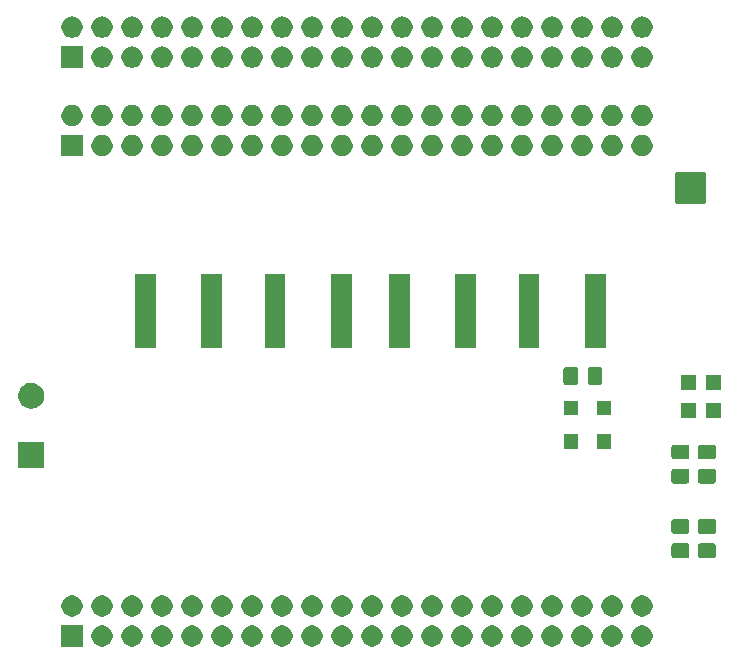
<source format=gbr>
G04 #@! TF.GenerationSoftware,KiCad,Pcbnew,5.1.6*
G04 #@! TF.CreationDate,2020-09-18T18:11:00+02:00*
G04 #@! TF.ProjectId,F010_rpi_logic_level_shifter_hat,46303130-5f72-4706-995f-6c6f6769635f,rev?*
G04 #@! TF.SameCoordinates,PXa52d280PY2b953a0*
G04 #@! TF.FileFunction,Soldermask,Top*
G04 #@! TF.FilePolarity,Negative*
%FSLAX46Y46*%
G04 Gerber Fmt 4.6, Leading zero omitted, Abs format (unit mm)*
G04 Created by KiCad (PCBNEW 5.1.6) date 2020-09-18 18:11:00*
%MOMM*%
%LPD*%
G01*
G04 APERTURE LIST*
%ADD10C,0.100000*%
G04 APERTURE END LIST*
D10*
G36*
X-32766488Y-49913927D02*
G01*
X-32617188Y-49943624D01*
X-32453216Y-50011544D01*
X-32305646Y-50110147D01*
X-32180147Y-50235646D01*
X-32081544Y-50383216D01*
X-32013624Y-50547188D01*
X-31979000Y-50721259D01*
X-31979000Y-50898741D01*
X-32013624Y-51072812D01*
X-32081544Y-51236784D01*
X-32180147Y-51384354D01*
X-32305646Y-51509853D01*
X-32453216Y-51608456D01*
X-32617188Y-51676376D01*
X-32766488Y-51706073D01*
X-32791258Y-51711000D01*
X-32968742Y-51711000D01*
X-32993512Y-51706073D01*
X-33142812Y-51676376D01*
X-33306784Y-51608456D01*
X-33454354Y-51509853D01*
X-33579853Y-51384354D01*
X-33678456Y-51236784D01*
X-33746376Y-51072812D01*
X-33781000Y-50898741D01*
X-33781000Y-50721259D01*
X-33746376Y-50547188D01*
X-33678456Y-50383216D01*
X-33579853Y-50235646D01*
X-33454354Y-50110147D01*
X-33306784Y-50011544D01*
X-33142812Y-49943624D01*
X-32993512Y-49913927D01*
X-32968742Y-49909000D01*
X-32791258Y-49909000D01*
X-32766488Y-49913927D01*
G37*
G36*
X-25146488Y-49913927D02*
G01*
X-24997188Y-49943624D01*
X-24833216Y-50011544D01*
X-24685646Y-50110147D01*
X-24560147Y-50235646D01*
X-24461544Y-50383216D01*
X-24393624Y-50547188D01*
X-24359000Y-50721259D01*
X-24359000Y-50898741D01*
X-24393624Y-51072812D01*
X-24461544Y-51236784D01*
X-24560147Y-51384354D01*
X-24685646Y-51509853D01*
X-24833216Y-51608456D01*
X-24997188Y-51676376D01*
X-25146488Y-51706073D01*
X-25171258Y-51711000D01*
X-25348742Y-51711000D01*
X-25373512Y-51706073D01*
X-25522812Y-51676376D01*
X-25686784Y-51608456D01*
X-25834354Y-51509853D01*
X-25959853Y-51384354D01*
X-26058456Y-51236784D01*
X-26126376Y-51072812D01*
X-26161000Y-50898741D01*
X-26161000Y-50721259D01*
X-26126376Y-50547188D01*
X-26058456Y-50383216D01*
X-25959853Y-50235646D01*
X-25834354Y-50110147D01*
X-25686784Y-50011544D01*
X-25522812Y-49943624D01*
X-25373512Y-49913927D01*
X-25348742Y-49909000D01*
X-25171258Y-49909000D01*
X-25146488Y-49913927D01*
G37*
G36*
X-30226488Y-49913927D02*
G01*
X-30077188Y-49943624D01*
X-29913216Y-50011544D01*
X-29765646Y-50110147D01*
X-29640147Y-50235646D01*
X-29541544Y-50383216D01*
X-29473624Y-50547188D01*
X-29439000Y-50721259D01*
X-29439000Y-50898741D01*
X-29473624Y-51072812D01*
X-29541544Y-51236784D01*
X-29640147Y-51384354D01*
X-29765646Y-51509853D01*
X-29913216Y-51608456D01*
X-30077188Y-51676376D01*
X-30226488Y-51706073D01*
X-30251258Y-51711000D01*
X-30428742Y-51711000D01*
X-30453512Y-51706073D01*
X-30602812Y-51676376D01*
X-30766784Y-51608456D01*
X-30914354Y-51509853D01*
X-31039853Y-51384354D01*
X-31138456Y-51236784D01*
X-31206376Y-51072812D01*
X-31241000Y-50898741D01*
X-31241000Y-50721259D01*
X-31206376Y-50547188D01*
X-31138456Y-50383216D01*
X-31039853Y-50235646D01*
X-30914354Y-50110147D01*
X-30766784Y-50011544D01*
X-30602812Y-49943624D01*
X-30453512Y-49913927D01*
X-30428742Y-49909000D01*
X-30251258Y-49909000D01*
X-30226488Y-49913927D01*
G37*
G36*
X-17526488Y-49913927D02*
G01*
X-17377188Y-49943624D01*
X-17213216Y-50011544D01*
X-17065646Y-50110147D01*
X-16940147Y-50235646D01*
X-16841544Y-50383216D01*
X-16773624Y-50547188D01*
X-16739000Y-50721259D01*
X-16739000Y-50898741D01*
X-16773624Y-51072812D01*
X-16841544Y-51236784D01*
X-16940147Y-51384354D01*
X-17065646Y-51509853D01*
X-17213216Y-51608456D01*
X-17377188Y-51676376D01*
X-17526488Y-51706073D01*
X-17551258Y-51711000D01*
X-17728742Y-51711000D01*
X-17753512Y-51706073D01*
X-17902812Y-51676376D01*
X-18066784Y-51608456D01*
X-18214354Y-51509853D01*
X-18339853Y-51384354D01*
X-18438456Y-51236784D01*
X-18506376Y-51072812D01*
X-18541000Y-50898741D01*
X-18541000Y-50721259D01*
X-18506376Y-50547188D01*
X-18438456Y-50383216D01*
X-18339853Y-50235646D01*
X-18214354Y-50110147D01*
X-18066784Y-50011544D01*
X-17902812Y-49943624D01*
X-17753512Y-49913927D01*
X-17728742Y-49909000D01*
X-17551258Y-49909000D01*
X-17526488Y-49913927D01*
G37*
G36*
X-20066488Y-49913927D02*
G01*
X-19917188Y-49943624D01*
X-19753216Y-50011544D01*
X-19605646Y-50110147D01*
X-19480147Y-50235646D01*
X-19381544Y-50383216D01*
X-19313624Y-50547188D01*
X-19279000Y-50721259D01*
X-19279000Y-50898741D01*
X-19313624Y-51072812D01*
X-19381544Y-51236784D01*
X-19480147Y-51384354D01*
X-19605646Y-51509853D01*
X-19753216Y-51608456D01*
X-19917188Y-51676376D01*
X-20066488Y-51706073D01*
X-20091258Y-51711000D01*
X-20268742Y-51711000D01*
X-20293512Y-51706073D01*
X-20442812Y-51676376D01*
X-20606784Y-51608456D01*
X-20754354Y-51509853D01*
X-20879853Y-51384354D01*
X-20978456Y-51236784D01*
X-21046376Y-51072812D01*
X-21081000Y-50898741D01*
X-21081000Y-50721259D01*
X-21046376Y-50547188D01*
X-20978456Y-50383216D01*
X-20879853Y-50235646D01*
X-20754354Y-50110147D01*
X-20606784Y-50011544D01*
X-20442812Y-49943624D01*
X-20293512Y-49913927D01*
X-20268742Y-49909000D01*
X-20091258Y-49909000D01*
X-20066488Y-49913927D01*
G37*
G36*
X-14986488Y-49913927D02*
G01*
X-14837188Y-49943624D01*
X-14673216Y-50011544D01*
X-14525646Y-50110147D01*
X-14400147Y-50235646D01*
X-14301544Y-50383216D01*
X-14233624Y-50547188D01*
X-14199000Y-50721259D01*
X-14199000Y-50898741D01*
X-14233624Y-51072812D01*
X-14301544Y-51236784D01*
X-14400147Y-51384354D01*
X-14525646Y-51509853D01*
X-14673216Y-51608456D01*
X-14837188Y-51676376D01*
X-14986488Y-51706073D01*
X-15011258Y-51711000D01*
X-15188742Y-51711000D01*
X-15213512Y-51706073D01*
X-15362812Y-51676376D01*
X-15526784Y-51608456D01*
X-15674354Y-51509853D01*
X-15799853Y-51384354D01*
X-15898456Y-51236784D01*
X-15966376Y-51072812D01*
X-16001000Y-50898741D01*
X-16001000Y-50721259D01*
X-15966376Y-50547188D01*
X-15898456Y-50383216D01*
X-15799853Y-50235646D01*
X-15674354Y-50110147D01*
X-15526784Y-50011544D01*
X-15362812Y-49943624D01*
X-15213512Y-49913927D01*
X-15188742Y-49909000D01*
X-15011258Y-49909000D01*
X-14986488Y-49913927D01*
G37*
G36*
X-12446488Y-49913927D02*
G01*
X-12297188Y-49943624D01*
X-12133216Y-50011544D01*
X-11985646Y-50110147D01*
X-11860147Y-50235646D01*
X-11761544Y-50383216D01*
X-11693624Y-50547188D01*
X-11659000Y-50721259D01*
X-11659000Y-50898741D01*
X-11693624Y-51072812D01*
X-11761544Y-51236784D01*
X-11860147Y-51384354D01*
X-11985646Y-51509853D01*
X-12133216Y-51608456D01*
X-12297188Y-51676376D01*
X-12446488Y-51706073D01*
X-12471258Y-51711000D01*
X-12648742Y-51711000D01*
X-12673512Y-51706073D01*
X-12822812Y-51676376D01*
X-12986784Y-51608456D01*
X-13134354Y-51509853D01*
X-13259853Y-51384354D01*
X-13358456Y-51236784D01*
X-13426376Y-51072812D01*
X-13461000Y-50898741D01*
X-13461000Y-50721259D01*
X-13426376Y-50547188D01*
X-13358456Y-50383216D01*
X-13259853Y-50235646D01*
X-13134354Y-50110147D01*
X-12986784Y-50011544D01*
X-12822812Y-49943624D01*
X-12673512Y-49913927D01*
X-12648742Y-49909000D01*
X-12471258Y-49909000D01*
X-12446488Y-49913927D01*
G37*
G36*
X-22606488Y-49913927D02*
G01*
X-22457188Y-49943624D01*
X-22293216Y-50011544D01*
X-22145646Y-50110147D01*
X-22020147Y-50235646D01*
X-21921544Y-50383216D01*
X-21853624Y-50547188D01*
X-21819000Y-50721259D01*
X-21819000Y-50898741D01*
X-21853624Y-51072812D01*
X-21921544Y-51236784D01*
X-22020147Y-51384354D01*
X-22145646Y-51509853D01*
X-22293216Y-51608456D01*
X-22457188Y-51676376D01*
X-22606488Y-51706073D01*
X-22631258Y-51711000D01*
X-22808742Y-51711000D01*
X-22833512Y-51706073D01*
X-22982812Y-51676376D01*
X-23146784Y-51608456D01*
X-23294354Y-51509853D01*
X-23419853Y-51384354D01*
X-23518456Y-51236784D01*
X-23586376Y-51072812D01*
X-23621000Y-50898741D01*
X-23621000Y-50721259D01*
X-23586376Y-50547188D01*
X-23518456Y-50383216D01*
X-23419853Y-50235646D01*
X-23294354Y-50110147D01*
X-23146784Y-50011544D01*
X-22982812Y-49943624D01*
X-22833512Y-49913927D01*
X-22808742Y-49909000D01*
X-22631258Y-49909000D01*
X-22606488Y-49913927D01*
G37*
G36*
X-9906488Y-49913927D02*
G01*
X-9757188Y-49943624D01*
X-9593216Y-50011544D01*
X-9445646Y-50110147D01*
X-9320147Y-50235646D01*
X-9221544Y-50383216D01*
X-9153624Y-50547188D01*
X-9119000Y-50721259D01*
X-9119000Y-50898741D01*
X-9153624Y-51072812D01*
X-9221544Y-51236784D01*
X-9320147Y-51384354D01*
X-9445646Y-51509853D01*
X-9593216Y-51608456D01*
X-9757188Y-51676376D01*
X-9906488Y-51706073D01*
X-9931258Y-51711000D01*
X-10108742Y-51711000D01*
X-10133512Y-51706073D01*
X-10282812Y-51676376D01*
X-10446784Y-51608456D01*
X-10594354Y-51509853D01*
X-10719853Y-51384354D01*
X-10818456Y-51236784D01*
X-10886376Y-51072812D01*
X-10921000Y-50898741D01*
X-10921000Y-50721259D01*
X-10886376Y-50547188D01*
X-10818456Y-50383216D01*
X-10719853Y-50235646D01*
X-10594354Y-50110147D01*
X-10446784Y-50011544D01*
X-10282812Y-49943624D01*
X-10133512Y-49913927D01*
X-10108742Y-49909000D01*
X-9931258Y-49909000D01*
X-9906488Y-49913927D01*
G37*
G36*
X-7366488Y-49913927D02*
G01*
X-7217188Y-49943624D01*
X-7053216Y-50011544D01*
X-6905646Y-50110147D01*
X-6780147Y-50235646D01*
X-6681544Y-50383216D01*
X-6613624Y-50547188D01*
X-6579000Y-50721259D01*
X-6579000Y-50898741D01*
X-6613624Y-51072812D01*
X-6681544Y-51236784D01*
X-6780147Y-51384354D01*
X-6905646Y-51509853D01*
X-7053216Y-51608456D01*
X-7217188Y-51676376D01*
X-7366488Y-51706073D01*
X-7391258Y-51711000D01*
X-7568742Y-51711000D01*
X-7593512Y-51706073D01*
X-7742812Y-51676376D01*
X-7906784Y-51608456D01*
X-8054354Y-51509853D01*
X-8179853Y-51384354D01*
X-8278456Y-51236784D01*
X-8346376Y-51072812D01*
X-8381000Y-50898741D01*
X-8381000Y-50721259D01*
X-8346376Y-50547188D01*
X-8278456Y-50383216D01*
X-8179853Y-50235646D01*
X-8054354Y-50110147D01*
X-7906784Y-50011544D01*
X-7742812Y-49943624D01*
X-7593512Y-49913927D01*
X-7568742Y-49909000D01*
X-7391258Y-49909000D01*
X-7366488Y-49913927D01*
G37*
G36*
X-4826488Y-49913927D02*
G01*
X-4677188Y-49943624D01*
X-4513216Y-50011544D01*
X-4365646Y-50110147D01*
X-4240147Y-50235646D01*
X-4141544Y-50383216D01*
X-4073624Y-50547188D01*
X-4039000Y-50721259D01*
X-4039000Y-50898741D01*
X-4073624Y-51072812D01*
X-4141544Y-51236784D01*
X-4240147Y-51384354D01*
X-4365646Y-51509853D01*
X-4513216Y-51608456D01*
X-4677188Y-51676376D01*
X-4826488Y-51706073D01*
X-4851258Y-51711000D01*
X-5028742Y-51711000D01*
X-5053512Y-51706073D01*
X-5202812Y-51676376D01*
X-5366784Y-51608456D01*
X-5514354Y-51509853D01*
X-5639853Y-51384354D01*
X-5738456Y-51236784D01*
X-5806376Y-51072812D01*
X-5841000Y-50898741D01*
X-5841000Y-50721259D01*
X-5806376Y-50547188D01*
X-5738456Y-50383216D01*
X-5639853Y-50235646D01*
X-5514354Y-50110147D01*
X-5366784Y-50011544D01*
X-5202812Y-49943624D01*
X-5053512Y-49913927D01*
X-5028742Y-49909000D01*
X-4851258Y-49909000D01*
X-4826488Y-49913927D01*
G37*
G36*
X-27686488Y-49913927D02*
G01*
X-27537188Y-49943624D01*
X-27373216Y-50011544D01*
X-27225646Y-50110147D01*
X-27100147Y-50235646D01*
X-27001544Y-50383216D01*
X-26933624Y-50547188D01*
X-26899000Y-50721259D01*
X-26899000Y-50898741D01*
X-26933624Y-51072812D01*
X-27001544Y-51236784D01*
X-27100147Y-51384354D01*
X-27225646Y-51509853D01*
X-27373216Y-51608456D01*
X-27537188Y-51676376D01*
X-27686488Y-51706073D01*
X-27711258Y-51711000D01*
X-27888742Y-51711000D01*
X-27913512Y-51706073D01*
X-28062812Y-51676376D01*
X-28226784Y-51608456D01*
X-28374354Y-51509853D01*
X-28499853Y-51384354D01*
X-28598456Y-51236784D01*
X-28666376Y-51072812D01*
X-28701000Y-50898741D01*
X-28701000Y-50721259D01*
X-28666376Y-50547188D01*
X-28598456Y-50383216D01*
X-28499853Y-50235646D01*
X-28374354Y-50110147D01*
X-28226784Y-50011544D01*
X-28062812Y-49943624D01*
X-27913512Y-49913927D01*
X-27888742Y-49909000D01*
X-27711258Y-49909000D01*
X-27686488Y-49913927D01*
G37*
G36*
X-52299000Y-51711000D02*
G01*
X-54101000Y-51711000D01*
X-54101000Y-49909000D01*
X-52299000Y-49909000D01*
X-52299000Y-51711000D01*
G37*
G36*
X-50546488Y-49913927D02*
G01*
X-50397188Y-49943624D01*
X-50233216Y-50011544D01*
X-50085646Y-50110147D01*
X-49960147Y-50235646D01*
X-49861544Y-50383216D01*
X-49793624Y-50547188D01*
X-49759000Y-50721259D01*
X-49759000Y-50898741D01*
X-49793624Y-51072812D01*
X-49861544Y-51236784D01*
X-49960147Y-51384354D01*
X-50085646Y-51509853D01*
X-50233216Y-51608456D01*
X-50397188Y-51676376D01*
X-50546488Y-51706073D01*
X-50571258Y-51711000D01*
X-50748742Y-51711000D01*
X-50773512Y-51706073D01*
X-50922812Y-51676376D01*
X-51086784Y-51608456D01*
X-51234354Y-51509853D01*
X-51359853Y-51384354D01*
X-51458456Y-51236784D01*
X-51526376Y-51072812D01*
X-51561000Y-50898741D01*
X-51561000Y-50721259D01*
X-51526376Y-50547188D01*
X-51458456Y-50383216D01*
X-51359853Y-50235646D01*
X-51234354Y-50110147D01*
X-51086784Y-50011544D01*
X-50922812Y-49943624D01*
X-50773512Y-49913927D01*
X-50748742Y-49909000D01*
X-50571258Y-49909000D01*
X-50546488Y-49913927D01*
G37*
G36*
X-48006488Y-49913927D02*
G01*
X-47857188Y-49943624D01*
X-47693216Y-50011544D01*
X-47545646Y-50110147D01*
X-47420147Y-50235646D01*
X-47321544Y-50383216D01*
X-47253624Y-50547188D01*
X-47219000Y-50721259D01*
X-47219000Y-50898741D01*
X-47253624Y-51072812D01*
X-47321544Y-51236784D01*
X-47420147Y-51384354D01*
X-47545646Y-51509853D01*
X-47693216Y-51608456D01*
X-47857188Y-51676376D01*
X-48006488Y-51706073D01*
X-48031258Y-51711000D01*
X-48208742Y-51711000D01*
X-48233512Y-51706073D01*
X-48382812Y-51676376D01*
X-48546784Y-51608456D01*
X-48694354Y-51509853D01*
X-48819853Y-51384354D01*
X-48918456Y-51236784D01*
X-48986376Y-51072812D01*
X-49021000Y-50898741D01*
X-49021000Y-50721259D01*
X-48986376Y-50547188D01*
X-48918456Y-50383216D01*
X-48819853Y-50235646D01*
X-48694354Y-50110147D01*
X-48546784Y-50011544D01*
X-48382812Y-49943624D01*
X-48233512Y-49913927D01*
X-48208742Y-49909000D01*
X-48031258Y-49909000D01*
X-48006488Y-49913927D01*
G37*
G36*
X-45466488Y-49913927D02*
G01*
X-45317188Y-49943624D01*
X-45153216Y-50011544D01*
X-45005646Y-50110147D01*
X-44880147Y-50235646D01*
X-44781544Y-50383216D01*
X-44713624Y-50547188D01*
X-44679000Y-50721259D01*
X-44679000Y-50898741D01*
X-44713624Y-51072812D01*
X-44781544Y-51236784D01*
X-44880147Y-51384354D01*
X-45005646Y-51509853D01*
X-45153216Y-51608456D01*
X-45317188Y-51676376D01*
X-45466488Y-51706073D01*
X-45491258Y-51711000D01*
X-45668742Y-51711000D01*
X-45693512Y-51706073D01*
X-45842812Y-51676376D01*
X-46006784Y-51608456D01*
X-46154354Y-51509853D01*
X-46279853Y-51384354D01*
X-46378456Y-51236784D01*
X-46446376Y-51072812D01*
X-46481000Y-50898741D01*
X-46481000Y-50721259D01*
X-46446376Y-50547188D01*
X-46378456Y-50383216D01*
X-46279853Y-50235646D01*
X-46154354Y-50110147D01*
X-46006784Y-50011544D01*
X-45842812Y-49943624D01*
X-45693512Y-49913927D01*
X-45668742Y-49909000D01*
X-45491258Y-49909000D01*
X-45466488Y-49913927D01*
G37*
G36*
X-42926488Y-49913927D02*
G01*
X-42777188Y-49943624D01*
X-42613216Y-50011544D01*
X-42465646Y-50110147D01*
X-42340147Y-50235646D01*
X-42241544Y-50383216D01*
X-42173624Y-50547188D01*
X-42139000Y-50721259D01*
X-42139000Y-50898741D01*
X-42173624Y-51072812D01*
X-42241544Y-51236784D01*
X-42340147Y-51384354D01*
X-42465646Y-51509853D01*
X-42613216Y-51608456D01*
X-42777188Y-51676376D01*
X-42926488Y-51706073D01*
X-42951258Y-51711000D01*
X-43128742Y-51711000D01*
X-43153512Y-51706073D01*
X-43302812Y-51676376D01*
X-43466784Y-51608456D01*
X-43614354Y-51509853D01*
X-43739853Y-51384354D01*
X-43838456Y-51236784D01*
X-43906376Y-51072812D01*
X-43941000Y-50898741D01*
X-43941000Y-50721259D01*
X-43906376Y-50547188D01*
X-43838456Y-50383216D01*
X-43739853Y-50235646D01*
X-43614354Y-50110147D01*
X-43466784Y-50011544D01*
X-43302812Y-49943624D01*
X-43153512Y-49913927D01*
X-43128742Y-49909000D01*
X-42951258Y-49909000D01*
X-42926488Y-49913927D01*
G37*
G36*
X-40386488Y-49913927D02*
G01*
X-40237188Y-49943624D01*
X-40073216Y-50011544D01*
X-39925646Y-50110147D01*
X-39800147Y-50235646D01*
X-39701544Y-50383216D01*
X-39633624Y-50547188D01*
X-39599000Y-50721259D01*
X-39599000Y-50898741D01*
X-39633624Y-51072812D01*
X-39701544Y-51236784D01*
X-39800147Y-51384354D01*
X-39925646Y-51509853D01*
X-40073216Y-51608456D01*
X-40237188Y-51676376D01*
X-40386488Y-51706073D01*
X-40411258Y-51711000D01*
X-40588742Y-51711000D01*
X-40613512Y-51706073D01*
X-40762812Y-51676376D01*
X-40926784Y-51608456D01*
X-41074354Y-51509853D01*
X-41199853Y-51384354D01*
X-41298456Y-51236784D01*
X-41366376Y-51072812D01*
X-41401000Y-50898741D01*
X-41401000Y-50721259D01*
X-41366376Y-50547188D01*
X-41298456Y-50383216D01*
X-41199853Y-50235646D01*
X-41074354Y-50110147D01*
X-40926784Y-50011544D01*
X-40762812Y-49943624D01*
X-40613512Y-49913927D01*
X-40588742Y-49909000D01*
X-40411258Y-49909000D01*
X-40386488Y-49913927D01*
G37*
G36*
X-35306488Y-49913927D02*
G01*
X-35157188Y-49943624D01*
X-34993216Y-50011544D01*
X-34845646Y-50110147D01*
X-34720147Y-50235646D01*
X-34621544Y-50383216D01*
X-34553624Y-50547188D01*
X-34519000Y-50721259D01*
X-34519000Y-50898741D01*
X-34553624Y-51072812D01*
X-34621544Y-51236784D01*
X-34720147Y-51384354D01*
X-34845646Y-51509853D01*
X-34993216Y-51608456D01*
X-35157188Y-51676376D01*
X-35306488Y-51706073D01*
X-35331258Y-51711000D01*
X-35508742Y-51711000D01*
X-35533512Y-51706073D01*
X-35682812Y-51676376D01*
X-35846784Y-51608456D01*
X-35994354Y-51509853D01*
X-36119853Y-51384354D01*
X-36218456Y-51236784D01*
X-36286376Y-51072812D01*
X-36321000Y-50898741D01*
X-36321000Y-50721259D01*
X-36286376Y-50547188D01*
X-36218456Y-50383216D01*
X-36119853Y-50235646D01*
X-35994354Y-50110147D01*
X-35846784Y-50011544D01*
X-35682812Y-49943624D01*
X-35533512Y-49913927D01*
X-35508742Y-49909000D01*
X-35331258Y-49909000D01*
X-35306488Y-49913927D01*
G37*
G36*
X-37846488Y-49913927D02*
G01*
X-37697188Y-49943624D01*
X-37533216Y-50011544D01*
X-37385646Y-50110147D01*
X-37260147Y-50235646D01*
X-37161544Y-50383216D01*
X-37093624Y-50547188D01*
X-37059000Y-50721259D01*
X-37059000Y-50898741D01*
X-37093624Y-51072812D01*
X-37161544Y-51236784D01*
X-37260147Y-51384354D01*
X-37385646Y-51509853D01*
X-37533216Y-51608456D01*
X-37697188Y-51676376D01*
X-37846488Y-51706073D01*
X-37871258Y-51711000D01*
X-38048742Y-51711000D01*
X-38073512Y-51706073D01*
X-38222812Y-51676376D01*
X-38386784Y-51608456D01*
X-38534354Y-51509853D01*
X-38659853Y-51384354D01*
X-38758456Y-51236784D01*
X-38826376Y-51072812D01*
X-38861000Y-50898741D01*
X-38861000Y-50721259D01*
X-38826376Y-50547188D01*
X-38758456Y-50383216D01*
X-38659853Y-50235646D01*
X-38534354Y-50110147D01*
X-38386784Y-50011544D01*
X-38222812Y-49943624D01*
X-38073512Y-49913927D01*
X-38048742Y-49909000D01*
X-37871258Y-49909000D01*
X-37846488Y-49913927D01*
G37*
G36*
X-53086488Y-47373927D02*
G01*
X-52937188Y-47403624D01*
X-52773216Y-47471544D01*
X-52625646Y-47570147D01*
X-52500147Y-47695646D01*
X-52401544Y-47843216D01*
X-52333624Y-48007188D01*
X-52299000Y-48181259D01*
X-52299000Y-48358741D01*
X-52333624Y-48532812D01*
X-52401544Y-48696784D01*
X-52500147Y-48844354D01*
X-52625646Y-48969853D01*
X-52773216Y-49068456D01*
X-52937188Y-49136376D01*
X-53086488Y-49166073D01*
X-53111258Y-49171000D01*
X-53288742Y-49171000D01*
X-53313512Y-49166073D01*
X-53462812Y-49136376D01*
X-53626784Y-49068456D01*
X-53774354Y-48969853D01*
X-53899853Y-48844354D01*
X-53998456Y-48696784D01*
X-54066376Y-48532812D01*
X-54101000Y-48358741D01*
X-54101000Y-48181259D01*
X-54066376Y-48007188D01*
X-53998456Y-47843216D01*
X-53899853Y-47695646D01*
X-53774354Y-47570147D01*
X-53626784Y-47471544D01*
X-53462812Y-47403624D01*
X-53313512Y-47373927D01*
X-53288742Y-47369000D01*
X-53111258Y-47369000D01*
X-53086488Y-47373927D01*
G37*
G36*
X-48006488Y-47373927D02*
G01*
X-47857188Y-47403624D01*
X-47693216Y-47471544D01*
X-47545646Y-47570147D01*
X-47420147Y-47695646D01*
X-47321544Y-47843216D01*
X-47253624Y-48007188D01*
X-47219000Y-48181259D01*
X-47219000Y-48358741D01*
X-47253624Y-48532812D01*
X-47321544Y-48696784D01*
X-47420147Y-48844354D01*
X-47545646Y-48969853D01*
X-47693216Y-49068456D01*
X-47857188Y-49136376D01*
X-48006488Y-49166073D01*
X-48031258Y-49171000D01*
X-48208742Y-49171000D01*
X-48233512Y-49166073D01*
X-48382812Y-49136376D01*
X-48546784Y-49068456D01*
X-48694354Y-48969853D01*
X-48819853Y-48844354D01*
X-48918456Y-48696784D01*
X-48986376Y-48532812D01*
X-49021000Y-48358741D01*
X-49021000Y-48181259D01*
X-48986376Y-48007188D01*
X-48918456Y-47843216D01*
X-48819853Y-47695646D01*
X-48694354Y-47570147D01*
X-48546784Y-47471544D01*
X-48382812Y-47403624D01*
X-48233512Y-47373927D01*
X-48208742Y-47369000D01*
X-48031258Y-47369000D01*
X-48006488Y-47373927D01*
G37*
G36*
X-50546488Y-47373927D02*
G01*
X-50397188Y-47403624D01*
X-50233216Y-47471544D01*
X-50085646Y-47570147D01*
X-49960147Y-47695646D01*
X-49861544Y-47843216D01*
X-49793624Y-48007188D01*
X-49759000Y-48181259D01*
X-49759000Y-48358741D01*
X-49793624Y-48532812D01*
X-49861544Y-48696784D01*
X-49960147Y-48844354D01*
X-50085646Y-48969853D01*
X-50233216Y-49068456D01*
X-50397188Y-49136376D01*
X-50546488Y-49166073D01*
X-50571258Y-49171000D01*
X-50748742Y-49171000D01*
X-50773512Y-49166073D01*
X-50922812Y-49136376D01*
X-51086784Y-49068456D01*
X-51234354Y-48969853D01*
X-51359853Y-48844354D01*
X-51458456Y-48696784D01*
X-51526376Y-48532812D01*
X-51561000Y-48358741D01*
X-51561000Y-48181259D01*
X-51526376Y-48007188D01*
X-51458456Y-47843216D01*
X-51359853Y-47695646D01*
X-51234354Y-47570147D01*
X-51086784Y-47471544D01*
X-50922812Y-47403624D01*
X-50773512Y-47373927D01*
X-50748742Y-47369000D01*
X-50571258Y-47369000D01*
X-50546488Y-47373927D01*
G37*
G36*
X-17526488Y-47373927D02*
G01*
X-17377188Y-47403624D01*
X-17213216Y-47471544D01*
X-17065646Y-47570147D01*
X-16940147Y-47695646D01*
X-16841544Y-47843216D01*
X-16773624Y-48007188D01*
X-16739000Y-48181259D01*
X-16739000Y-48358741D01*
X-16773624Y-48532812D01*
X-16841544Y-48696784D01*
X-16940147Y-48844354D01*
X-17065646Y-48969853D01*
X-17213216Y-49068456D01*
X-17377188Y-49136376D01*
X-17526488Y-49166073D01*
X-17551258Y-49171000D01*
X-17728742Y-49171000D01*
X-17753512Y-49166073D01*
X-17902812Y-49136376D01*
X-18066784Y-49068456D01*
X-18214354Y-48969853D01*
X-18339853Y-48844354D01*
X-18438456Y-48696784D01*
X-18506376Y-48532812D01*
X-18541000Y-48358741D01*
X-18541000Y-48181259D01*
X-18506376Y-48007188D01*
X-18438456Y-47843216D01*
X-18339853Y-47695646D01*
X-18214354Y-47570147D01*
X-18066784Y-47471544D01*
X-17902812Y-47403624D01*
X-17753512Y-47373927D01*
X-17728742Y-47369000D01*
X-17551258Y-47369000D01*
X-17526488Y-47373927D01*
G37*
G36*
X-4826488Y-47373927D02*
G01*
X-4677188Y-47403624D01*
X-4513216Y-47471544D01*
X-4365646Y-47570147D01*
X-4240147Y-47695646D01*
X-4141544Y-47843216D01*
X-4073624Y-48007188D01*
X-4039000Y-48181259D01*
X-4039000Y-48358741D01*
X-4073624Y-48532812D01*
X-4141544Y-48696784D01*
X-4240147Y-48844354D01*
X-4365646Y-48969853D01*
X-4513216Y-49068456D01*
X-4677188Y-49136376D01*
X-4826488Y-49166073D01*
X-4851258Y-49171000D01*
X-5028742Y-49171000D01*
X-5053512Y-49166073D01*
X-5202812Y-49136376D01*
X-5366784Y-49068456D01*
X-5514354Y-48969853D01*
X-5639853Y-48844354D01*
X-5738456Y-48696784D01*
X-5806376Y-48532812D01*
X-5841000Y-48358741D01*
X-5841000Y-48181259D01*
X-5806376Y-48007188D01*
X-5738456Y-47843216D01*
X-5639853Y-47695646D01*
X-5514354Y-47570147D01*
X-5366784Y-47471544D01*
X-5202812Y-47403624D01*
X-5053512Y-47373927D01*
X-5028742Y-47369000D01*
X-4851258Y-47369000D01*
X-4826488Y-47373927D01*
G37*
G36*
X-7366488Y-47373927D02*
G01*
X-7217188Y-47403624D01*
X-7053216Y-47471544D01*
X-6905646Y-47570147D01*
X-6780147Y-47695646D01*
X-6681544Y-47843216D01*
X-6613624Y-48007188D01*
X-6579000Y-48181259D01*
X-6579000Y-48358741D01*
X-6613624Y-48532812D01*
X-6681544Y-48696784D01*
X-6780147Y-48844354D01*
X-6905646Y-48969853D01*
X-7053216Y-49068456D01*
X-7217188Y-49136376D01*
X-7366488Y-49166073D01*
X-7391258Y-49171000D01*
X-7568742Y-49171000D01*
X-7593512Y-49166073D01*
X-7742812Y-49136376D01*
X-7906784Y-49068456D01*
X-8054354Y-48969853D01*
X-8179853Y-48844354D01*
X-8278456Y-48696784D01*
X-8346376Y-48532812D01*
X-8381000Y-48358741D01*
X-8381000Y-48181259D01*
X-8346376Y-48007188D01*
X-8278456Y-47843216D01*
X-8179853Y-47695646D01*
X-8054354Y-47570147D01*
X-7906784Y-47471544D01*
X-7742812Y-47403624D01*
X-7593512Y-47373927D01*
X-7568742Y-47369000D01*
X-7391258Y-47369000D01*
X-7366488Y-47373927D01*
G37*
G36*
X-9906488Y-47373927D02*
G01*
X-9757188Y-47403624D01*
X-9593216Y-47471544D01*
X-9445646Y-47570147D01*
X-9320147Y-47695646D01*
X-9221544Y-47843216D01*
X-9153624Y-48007188D01*
X-9119000Y-48181259D01*
X-9119000Y-48358741D01*
X-9153624Y-48532812D01*
X-9221544Y-48696784D01*
X-9320147Y-48844354D01*
X-9445646Y-48969853D01*
X-9593216Y-49068456D01*
X-9757188Y-49136376D01*
X-9906488Y-49166073D01*
X-9931258Y-49171000D01*
X-10108742Y-49171000D01*
X-10133512Y-49166073D01*
X-10282812Y-49136376D01*
X-10446784Y-49068456D01*
X-10594354Y-48969853D01*
X-10719853Y-48844354D01*
X-10818456Y-48696784D01*
X-10886376Y-48532812D01*
X-10921000Y-48358741D01*
X-10921000Y-48181259D01*
X-10886376Y-48007188D01*
X-10818456Y-47843216D01*
X-10719853Y-47695646D01*
X-10594354Y-47570147D01*
X-10446784Y-47471544D01*
X-10282812Y-47403624D01*
X-10133512Y-47373927D01*
X-10108742Y-47369000D01*
X-9931258Y-47369000D01*
X-9906488Y-47373927D01*
G37*
G36*
X-12446488Y-47373927D02*
G01*
X-12297188Y-47403624D01*
X-12133216Y-47471544D01*
X-11985646Y-47570147D01*
X-11860147Y-47695646D01*
X-11761544Y-47843216D01*
X-11693624Y-48007188D01*
X-11659000Y-48181259D01*
X-11659000Y-48358741D01*
X-11693624Y-48532812D01*
X-11761544Y-48696784D01*
X-11860147Y-48844354D01*
X-11985646Y-48969853D01*
X-12133216Y-49068456D01*
X-12297188Y-49136376D01*
X-12446488Y-49166073D01*
X-12471258Y-49171000D01*
X-12648742Y-49171000D01*
X-12673512Y-49166073D01*
X-12822812Y-49136376D01*
X-12986784Y-49068456D01*
X-13134354Y-48969853D01*
X-13259853Y-48844354D01*
X-13358456Y-48696784D01*
X-13426376Y-48532812D01*
X-13461000Y-48358741D01*
X-13461000Y-48181259D01*
X-13426376Y-48007188D01*
X-13358456Y-47843216D01*
X-13259853Y-47695646D01*
X-13134354Y-47570147D01*
X-12986784Y-47471544D01*
X-12822812Y-47403624D01*
X-12673512Y-47373927D01*
X-12648742Y-47369000D01*
X-12471258Y-47369000D01*
X-12446488Y-47373927D01*
G37*
G36*
X-14986488Y-47373927D02*
G01*
X-14837188Y-47403624D01*
X-14673216Y-47471544D01*
X-14525646Y-47570147D01*
X-14400147Y-47695646D01*
X-14301544Y-47843216D01*
X-14233624Y-48007188D01*
X-14199000Y-48181259D01*
X-14199000Y-48358741D01*
X-14233624Y-48532812D01*
X-14301544Y-48696784D01*
X-14400147Y-48844354D01*
X-14525646Y-48969853D01*
X-14673216Y-49068456D01*
X-14837188Y-49136376D01*
X-14986488Y-49166073D01*
X-15011258Y-49171000D01*
X-15188742Y-49171000D01*
X-15213512Y-49166073D01*
X-15362812Y-49136376D01*
X-15526784Y-49068456D01*
X-15674354Y-48969853D01*
X-15799853Y-48844354D01*
X-15898456Y-48696784D01*
X-15966376Y-48532812D01*
X-16001000Y-48358741D01*
X-16001000Y-48181259D01*
X-15966376Y-48007188D01*
X-15898456Y-47843216D01*
X-15799853Y-47695646D01*
X-15674354Y-47570147D01*
X-15526784Y-47471544D01*
X-15362812Y-47403624D01*
X-15213512Y-47373927D01*
X-15188742Y-47369000D01*
X-15011258Y-47369000D01*
X-14986488Y-47373927D01*
G37*
G36*
X-20066488Y-47373927D02*
G01*
X-19917188Y-47403624D01*
X-19753216Y-47471544D01*
X-19605646Y-47570147D01*
X-19480147Y-47695646D01*
X-19381544Y-47843216D01*
X-19313624Y-48007188D01*
X-19279000Y-48181259D01*
X-19279000Y-48358741D01*
X-19313624Y-48532812D01*
X-19381544Y-48696784D01*
X-19480147Y-48844354D01*
X-19605646Y-48969853D01*
X-19753216Y-49068456D01*
X-19917188Y-49136376D01*
X-20066488Y-49166073D01*
X-20091258Y-49171000D01*
X-20268742Y-49171000D01*
X-20293512Y-49166073D01*
X-20442812Y-49136376D01*
X-20606784Y-49068456D01*
X-20754354Y-48969853D01*
X-20879853Y-48844354D01*
X-20978456Y-48696784D01*
X-21046376Y-48532812D01*
X-21081000Y-48358741D01*
X-21081000Y-48181259D01*
X-21046376Y-48007188D01*
X-20978456Y-47843216D01*
X-20879853Y-47695646D01*
X-20754354Y-47570147D01*
X-20606784Y-47471544D01*
X-20442812Y-47403624D01*
X-20293512Y-47373927D01*
X-20268742Y-47369000D01*
X-20091258Y-47369000D01*
X-20066488Y-47373927D01*
G37*
G36*
X-27686488Y-47373927D02*
G01*
X-27537188Y-47403624D01*
X-27373216Y-47471544D01*
X-27225646Y-47570147D01*
X-27100147Y-47695646D01*
X-27001544Y-47843216D01*
X-26933624Y-48007188D01*
X-26899000Y-48181259D01*
X-26899000Y-48358741D01*
X-26933624Y-48532812D01*
X-27001544Y-48696784D01*
X-27100147Y-48844354D01*
X-27225646Y-48969853D01*
X-27373216Y-49068456D01*
X-27537188Y-49136376D01*
X-27686488Y-49166073D01*
X-27711258Y-49171000D01*
X-27888742Y-49171000D01*
X-27913512Y-49166073D01*
X-28062812Y-49136376D01*
X-28226784Y-49068456D01*
X-28374354Y-48969853D01*
X-28499853Y-48844354D01*
X-28598456Y-48696784D01*
X-28666376Y-48532812D01*
X-28701000Y-48358741D01*
X-28701000Y-48181259D01*
X-28666376Y-48007188D01*
X-28598456Y-47843216D01*
X-28499853Y-47695646D01*
X-28374354Y-47570147D01*
X-28226784Y-47471544D01*
X-28062812Y-47403624D01*
X-27913512Y-47373927D01*
X-27888742Y-47369000D01*
X-27711258Y-47369000D01*
X-27686488Y-47373927D01*
G37*
G36*
X-45466488Y-47373927D02*
G01*
X-45317188Y-47403624D01*
X-45153216Y-47471544D01*
X-45005646Y-47570147D01*
X-44880147Y-47695646D01*
X-44781544Y-47843216D01*
X-44713624Y-48007188D01*
X-44679000Y-48181259D01*
X-44679000Y-48358741D01*
X-44713624Y-48532812D01*
X-44781544Y-48696784D01*
X-44880147Y-48844354D01*
X-45005646Y-48969853D01*
X-45153216Y-49068456D01*
X-45317188Y-49136376D01*
X-45466488Y-49166073D01*
X-45491258Y-49171000D01*
X-45668742Y-49171000D01*
X-45693512Y-49166073D01*
X-45842812Y-49136376D01*
X-46006784Y-49068456D01*
X-46154354Y-48969853D01*
X-46279853Y-48844354D01*
X-46378456Y-48696784D01*
X-46446376Y-48532812D01*
X-46481000Y-48358741D01*
X-46481000Y-48181259D01*
X-46446376Y-48007188D01*
X-46378456Y-47843216D01*
X-46279853Y-47695646D01*
X-46154354Y-47570147D01*
X-46006784Y-47471544D01*
X-45842812Y-47403624D01*
X-45693512Y-47373927D01*
X-45668742Y-47369000D01*
X-45491258Y-47369000D01*
X-45466488Y-47373927D01*
G37*
G36*
X-32766488Y-47373927D02*
G01*
X-32617188Y-47403624D01*
X-32453216Y-47471544D01*
X-32305646Y-47570147D01*
X-32180147Y-47695646D01*
X-32081544Y-47843216D01*
X-32013624Y-48007188D01*
X-31979000Y-48181259D01*
X-31979000Y-48358741D01*
X-32013624Y-48532812D01*
X-32081544Y-48696784D01*
X-32180147Y-48844354D01*
X-32305646Y-48969853D01*
X-32453216Y-49068456D01*
X-32617188Y-49136376D01*
X-32766488Y-49166073D01*
X-32791258Y-49171000D01*
X-32968742Y-49171000D01*
X-32993512Y-49166073D01*
X-33142812Y-49136376D01*
X-33306784Y-49068456D01*
X-33454354Y-48969853D01*
X-33579853Y-48844354D01*
X-33678456Y-48696784D01*
X-33746376Y-48532812D01*
X-33781000Y-48358741D01*
X-33781000Y-48181259D01*
X-33746376Y-48007188D01*
X-33678456Y-47843216D01*
X-33579853Y-47695646D01*
X-33454354Y-47570147D01*
X-33306784Y-47471544D01*
X-33142812Y-47403624D01*
X-32993512Y-47373927D01*
X-32968742Y-47369000D01*
X-32791258Y-47369000D01*
X-32766488Y-47373927D01*
G37*
G36*
X-35306488Y-47373927D02*
G01*
X-35157188Y-47403624D01*
X-34993216Y-47471544D01*
X-34845646Y-47570147D01*
X-34720147Y-47695646D01*
X-34621544Y-47843216D01*
X-34553624Y-48007188D01*
X-34519000Y-48181259D01*
X-34519000Y-48358741D01*
X-34553624Y-48532812D01*
X-34621544Y-48696784D01*
X-34720147Y-48844354D01*
X-34845646Y-48969853D01*
X-34993216Y-49068456D01*
X-35157188Y-49136376D01*
X-35306488Y-49166073D01*
X-35331258Y-49171000D01*
X-35508742Y-49171000D01*
X-35533512Y-49166073D01*
X-35682812Y-49136376D01*
X-35846784Y-49068456D01*
X-35994354Y-48969853D01*
X-36119853Y-48844354D01*
X-36218456Y-48696784D01*
X-36286376Y-48532812D01*
X-36321000Y-48358741D01*
X-36321000Y-48181259D01*
X-36286376Y-48007188D01*
X-36218456Y-47843216D01*
X-36119853Y-47695646D01*
X-35994354Y-47570147D01*
X-35846784Y-47471544D01*
X-35682812Y-47403624D01*
X-35533512Y-47373927D01*
X-35508742Y-47369000D01*
X-35331258Y-47369000D01*
X-35306488Y-47373927D01*
G37*
G36*
X-22606488Y-47373927D02*
G01*
X-22457188Y-47403624D01*
X-22293216Y-47471544D01*
X-22145646Y-47570147D01*
X-22020147Y-47695646D01*
X-21921544Y-47843216D01*
X-21853624Y-48007188D01*
X-21819000Y-48181259D01*
X-21819000Y-48358741D01*
X-21853624Y-48532812D01*
X-21921544Y-48696784D01*
X-22020147Y-48844354D01*
X-22145646Y-48969853D01*
X-22293216Y-49068456D01*
X-22457188Y-49136376D01*
X-22606488Y-49166073D01*
X-22631258Y-49171000D01*
X-22808742Y-49171000D01*
X-22833512Y-49166073D01*
X-22982812Y-49136376D01*
X-23146784Y-49068456D01*
X-23294354Y-48969853D01*
X-23419853Y-48844354D01*
X-23518456Y-48696784D01*
X-23586376Y-48532812D01*
X-23621000Y-48358741D01*
X-23621000Y-48181259D01*
X-23586376Y-48007188D01*
X-23518456Y-47843216D01*
X-23419853Y-47695646D01*
X-23294354Y-47570147D01*
X-23146784Y-47471544D01*
X-22982812Y-47403624D01*
X-22833512Y-47373927D01*
X-22808742Y-47369000D01*
X-22631258Y-47369000D01*
X-22606488Y-47373927D01*
G37*
G36*
X-37846488Y-47373927D02*
G01*
X-37697188Y-47403624D01*
X-37533216Y-47471544D01*
X-37385646Y-47570147D01*
X-37260147Y-47695646D01*
X-37161544Y-47843216D01*
X-37093624Y-48007188D01*
X-37059000Y-48181259D01*
X-37059000Y-48358741D01*
X-37093624Y-48532812D01*
X-37161544Y-48696784D01*
X-37260147Y-48844354D01*
X-37385646Y-48969853D01*
X-37533216Y-49068456D01*
X-37697188Y-49136376D01*
X-37846488Y-49166073D01*
X-37871258Y-49171000D01*
X-38048742Y-49171000D01*
X-38073512Y-49166073D01*
X-38222812Y-49136376D01*
X-38386784Y-49068456D01*
X-38534354Y-48969853D01*
X-38659853Y-48844354D01*
X-38758456Y-48696784D01*
X-38826376Y-48532812D01*
X-38861000Y-48358741D01*
X-38861000Y-48181259D01*
X-38826376Y-48007188D01*
X-38758456Y-47843216D01*
X-38659853Y-47695646D01*
X-38534354Y-47570147D01*
X-38386784Y-47471544D01*
X-38222812Y-47403624D01*
X-38073512Y-47373927D01*
X-38048742Y-47369000D01*
X-37871258Y-47369000D01*
X-37846488Y-47373927D01*
G37*
G36*
X-25146488Y-47373927D02*
G01*
X-24997188Y-47403624D01*
X-24833216Y-47471544D01*
X-24685646Y-47570147D01*
X-24560147Y-47695646D01*
X-24461544Y-47843216D01*
X-24393624Y-48007188D01*
X-24359000Y-48181259D01*
X-24359000Y-48358741D01*
X-24393624Y-48532812D01*
X-24461544Y-48696784D01*
X-24560147Y-48844354D01*
X-24685646Y-48969853D01*
X-24833216Y-49068456D01*
X-24997188Y-49136376D01*
X-25146488Y-49166073D01*
X-25171258Y-49171000D01*
X-25348742Y-49171000D01*
X-25373512Y-49166073D01*
X-25522812Y-49136376D01*
X-25686784Y-49068456D01*
X-25834354Y-48969853D01*
X-25959853Y-48844354D01*
X-26058456Y-48696784D01*
X-26126376Y-48532812D01*
X-26161000Y-48358741D01*
X-26161000Y-48181259D01*
X-26126376Y-48007188D01*
X-26058456Y-47843216D01*
X-25959853Y-47695646D01*
X-25834354Y-47570147D01*
X-25686784Y-47471544D01*
X-25522812Y-47403624D01*
X-25373512Y-47373927D01*
X-25348742Y-47369000D01*
X-25171258Y-47369000D01*
X-25146488Y-47373927D01*
G37*
G36*
X-40386488Y-47373927D02*
G01*
X-40237188Y-47403624D01*
X-40073216Y-47471544D01*
X-39925646Y-47570147D01*
X-39800147Y-47695646D01*
X-39701544Y-47843216D01*
X-39633624Y-48007188D01*
X-39599000Y-48181259D01*
X-39599000Y-48358741D01*
X-39633624Y-48532812D01*
X-39701544Y-48696784D01*
X-39800147Y-48844354D01*
X-39925646Y-48969853D01*
X-40073216Y-49068456D01*
X-40237188Y-49136376D01*
X-40386488Y-49166073D01*
X-40411258Y-49171000D01*
X-40588742Y-49171000D01*
X-40613512Y-49166073D01*
X-40762812Y-49136376D01*
X-40926784Y-49068456D01*
X-41074354Y-48969853D01*
X-41199853Y-48844354D01*
X-41298456Y-48696784D01*
X-41366376Y-48532812D01*
X-41401000Y-48358741D01*
X-41401000Y-48181259D01*
X-41366376Y-48007188D01*
X-41298456Y-47843216D01*
X-41199853Y-47695646D01*
X-41074354Y-47570147D01*
X-40926784Y-47471544D01*
X-40762812Y-47403624D01*
X-40613512Y-47373927D01*
X-40588742Y-47369000D01*
X-40411258Y-47369000D01*
X-40386488Y-47373927D01*
G37*
G36*
X-42926488Y-47373927D02*
G01*
X-42777188Y-47403624D01*
X-42613216Y-47471544D01*
X-42465646Y-47570147D01*
X-42340147Y-47695646D01*
X-42241544Y-47843216D01*
X-42173624Y-48007188D01*
X-42139000Y-48181259D01*
X-42139000Y-48358741D01*
X-42173624Y-48532812D01*
X-42241544Y-48696784D01*
X-42340147Y-48844354D01*
X-42465646Y-48969853D01*
X-42613216Y-49068456D01*
X-42777188Y-49136376D01*
X-42926488Y-49166073D01*
X-42951258Y-49171000D01*
X-43128742Y-49171000D01*
X-43153512Y-49166073D01*
X-43302812Y-49136376D01*
X-43466784Y-49068456D01*
X-43614354Y-48969853D01*
X-43739853Y-48844354D01*
X-43838456Y-48696784D01*
X-43906376Y-48532812D01*
X-43941000Y-48358741D01*
X-43941000Y-48181259D01*
X-43906376Y-48007188D01*
X-43838456Y-47843216D01*
X-43739853Y-47695646D01*
X-43614354Y-47570147D01*
X-43466784Y-47471544D01*
X-43302812Y-47403624D01*
X-43153512Y-47373927D01*
X-43128742Y-47369000D01*
X-42951258Y-47369000D01*
X-42926488Y-47373927D01*
G37*
G36*
X-30226488Y-47373927D02*
G01*
X-30077188Y-47403624D01*
X-29913216Y-47471544D01*
X-29765646Y-47570147D01*
X-29640147Y-47695646D01*
X-29541544Y-47843216D01*
X-29473624Y-48007188D01*
X-29439000Y-48181259D01*
X-29439000Y-48358741D01*
X-29473624Y-48532812D01*
X-29541544Y-48696784D01*
X-29640147Y-48844354D01*
X-29765646Y-48969853D01*
X-29913216Y-49068456D01*
X-30077188Y-49136376D01*
X-30226488Y-49166073D01*
X-30251258Y-49171000D01*
X-30428742Y-49171000D01*
X-30453512Y-49166073D01*
X-30602812Y-49136376D01*
X-30766784Y-49068456D01*
X-30914354Y-48969853D01*
X-31039853Y-48844354D01*
X-31138456Y-48696784D01*
X-31206376Y-48532812D01*
X-31241000Y-48358741D01*
X-31241000Y-48181259D01*
X-31206376Y-48007188D01*
X-31138456Y-47843216D01*
X-31039853Y-47695646D01*
X-30914354Y-47570147D01*
X-30766784Y-47471544D01*
X-30602812Y-47403624D01*
X-30453512Y-47373927D01*
X-30428742Y-47369000D01*
X-30251258Y-47369000D01*
X-30226488Y-47373927D01*
G37*
G36*
X-1111326Y-42953465D02*
G01*
X-1073633Y-42964899D01*
X-1038897Y-42983466D01*
X-1008452Y-43008452D01*
X-983466Y-43038897D01*
X-964899Y-43073633D01*
X-953465Y-43111326D01*
X-949000Y-43156661D01*
X-949000Y-43993339D01*
X-953465Y-44038674D01*
X-964899Y-44076367D01*
X-983466Y-44111103D01*
X-1008452Y-44141548D01*
X-1038897Y-44166534D01*
X-1073633Y-44185101D01*
X-1111326Y-44196535D01*
X-1156661Y-44201000D01*
X-2243339Y-44201000D01*
X-2288674Y-44196535D01*
X-2326367Y-44185101D01*
X-2361103Y-44166534D01*
X-2391548Y-44141548D01*
X-2416534Y-44111103D01*
X-2435101Y-44076367D01*
X-2446535Y-44038674D01*
X-2451000Y-43993339D01*
X-2451000Y-43156661D01*
X-2446535Y-43111326D01*
X-2435101Y-43073633D01*
X-2416534Y-43038897D01*
X-2391548Y-43008452D01*
X-2361103Y-42983466D01*
X-2326367Y-42964899D01*
X-2288674Y-42953465D01*
X-2243339Y-42949000D01*
X-1156661Y-42949000D01*
X-1111326Y-42953465D01*
G37*
G36*
X1138674Y-42953465D02*
G01*
X1176367Y-42964899D01*
X1211103Y-42983466D01*
X1241548Y-43008452D01*
X1266534Y-43038897D01*
X1285101Y-43073633D01*
X1296535Y-43111326D01*
X1301000Y-43156661D01*
X1301000Y-43993339D01*
X1296535Y-44038674D01*
X1285101Y-44076367D01*
X1266534Y-44111103D01*
X1241548Y-44141548D01*
X1211103Y-44166534D01*
X1176367Y-44185101D01*
X1138674Y-44196535D01*
X1093339Y-44201000D01*
X6661Y-44201000D01*
X-38674Y-44196535D01*
X-76367Y-44185101D01*
X-111103Y-44166534D01*
X-141548Y-44141548D01*
X-166534Y-44111103D01*
X-185101Y-44076367D01*
X-196535Y-44038674D01*
X-201000Y-43993339D01*
X-201000Y-43156661D01*
X-196535Y-43111326D01*
X-185101Y-43073633D01*
X-166534Y-43038897D01*
X-141548Y-43008452D01*
X-111103Y-42983466D01*
X-76367Y-42964899D01*
X-38674Y-42953465D01*
X6661Y-42949000D01*
X1093339Y-42949000D01*
X1138674Y-42953465D01*
G37*
G36*
X1138674Y-40903465D02*
G01*
X1176367Y-40914899D01*
X1211103Y-40933466D01*
X1241548Y-40958452D01*
X1266534Y-40988897D01*
X1285101Y-41023633D01*
X1296535Y-41061326D01*
X1301000Y-41106661D01*
X1301000Y-41943339D01*
X1296535Y-41988674D01*
X1285101Y-42026367D01*
X1266534Y-42061103D01*
X1241548Y-42091548D01*
X1211103Y-42116534D01*
X1176367Y-42135101D01*
X1138674Y-42146535D01*
X1093339Y-42151000D01*
X6661Y-42151000D01*
X-38674Y-42146535D01*
X-76367Y-42135101D01*
X-111103Y-42116534D01*
X-141548Y-42091548D01*
X-166534Y-42061103D01*
X-185101Y-42026367D01*
X-196535Y-41988674D01*
X-201000Y-41943339D01*
X-201000Y-41106661D01*
X-196535Y-41061326D01*
X-185101Y-41023633D01*
X-166534Y-40988897D01*
X-141548Y-40958452D01*
X-111103Y-40933466D01*
X-76367Y-40914899D01*
X-38674Y-40903465D01*
X6661Y-40899000D01*
X1093339Y-40899000D01*
X1138674Y-40903465D01*
G37*
G36*
X-1111326Y-40903465D02*
G01*
X-1073633Y-40914899D01*
X-1038897Y-40933466D01*
X-1008452Y-40958452D01*
X-983466Y-40988897D01*
X-964899Y-41023633D01*
X-953465Y-41061326D01*
X-949000Y-41106661D01*
X-949000Y-41943339D01*
X-953465Y-41988674D01*
X-964899Y-42026367D01*
X-983466Y-42061103D01*
X-1008452Y-42091548D01*
X-1038897Y-42116534D01*
X-1073633Y-42135101D01*
X-1111326Y-42146535D01*
X-1156661Y-42151000D01*
X-2243339Y-42151000D01*
X-2288674Y-42146535D01*
X-2326367Y-42135101D01*
X-2361103Y-42116534D01*
X-2391548Y-42091548D01*
X-2416534Y-42061103D01*
X-2435101Y-42026367D01*
X-2446535Y-41988674D01*
X-2451000Y-41943339D01*
X-2451000Y-41106661D01*
X-2446535Y-41061326D01*
X-2435101Y-41023633D01*
X-2416534Y-40988897D01*
X-2391548Y-40958452D01*
X-2361103Y-40933466D01*
X-2326367Y-40914899D01*
X-2288674Y-40903465D01*
X-2243339Y-40899000D01*
X-1156661Y-40899000D01*
X-1111326Y-40903465D01*
G37*
G36*
X1138674Y-36653465D02*
G01*
X1176367Y-36664899D01*
X1211103Y-36683466D01*
X1241548Y-36708452D01*
X1266534Y-36738897D01*
X1285101Y-36773633D01*
X1296535Y-36811326D01*
X1301000Y-36856661D01*
X1301000Y-37693339D01*
X1296535Y-37738674D01*
X1285101Y-37776367D01*
X1266534Y-37811103D01*
X1241548Y-37841548D01*
X1211103Y-37866534D01*
X1176367Y-37885101D01*
X1138674Y-37896535D01*
X1093339Y-37901000D01*
X6661Y-37901000D01*
X-38674Y-37896535D01*
X-76367Y-37885101D01*
X-111103Y-37866534D01*
X-141548Y-37841548D01*
X-166534Y-37811103D01*
X-185101Y-37776367D01*
X-196535Y-37738674D01*
X-201000Y-37693339D01*
X-201000Y-36856661D01*
X-196535Y-36811326D01*
X-185101Y-36773633D01*
X-166534Y-36738897D01*
X-141548Y-36708452D01*
X-111103Y-36683466D01*
X-76367Y-36664899D01*
X-38674Y-36653465D01*
X6661Y-36649000D01*
X1093339Y-36649000D01*
X1138674Y-36653465D01*
G37*
G36*
X-1111326Y-36653465D02*
G01*
X-1073633Y-36664899D01*
X-1038897Y-36683466D01*
X-1008452Y-36708452D01*
X-983466Y-36738897D01*
X-964899Y-36773633D01*
X-953465Y-36811326D01*
X-949000Y-36856661D01*
X-949000Y-37693339D01*
X-953465Y-37738674D01*
X-964899Y-37776367D01*
X-983466Y-37811103D01*
X-1008452Y-37841548D01*
X-1038897Y-37866534D01*
X-1073633Y-37885101D01*
X-1111326Y-37896535D01*
X-1156661Y-37901000D01*
X-2243339Y-37901000D01*
X-2288674Y-37896535D01*
X-2326367Y-37885101D01*
X-2361103Y-37866534D01*
X-2391548Y-37841548D01*
X-2416534Y-37811103D01*
X-2435101Y-37776367D01*
X-2446535Y-37738674D01*
X-2451000Y-37693339D01*
X-2451000Y-36856661D01*
X-2446535Y-36811326D01*
X-2435101Y-36773633D01*
X-2416534Y-36738897D01*
X-2391548Y-36708452D01*
X-2361103Y-36683466D01*
X-2326367Y-36664899D01*
X-2288674Y-36653465D01*
X-2243339Y-36649000D01*
X-1156661Y-36649000D01*
X-1111326Y-36653465D01*
G37*
G36*
X-55559000Y-36571000D02*
G01*
X-57761000Y-36571000D01*
X-57761000Y-34369000D01*
X-55559000Y-34369000D01*
X-55559000Y-36571000D01*
G37*
G36*
X1138674Y-34603465D02*
G01*
X1176367Y-34614899D01*
X1211103Y-34633466D01*
X1241548Y-34658452D01*
X1266534Y-34688897D01*
X1285101Y-34723633D01*
X1296535Y-34761326D01*
X1301000Y-34806661D01*
X1301000Y-35643339D01*
X1296535Y-35688674D01*
X1285101Y-35726367D01*
X1266534Y-35761103D01*
X1241548Y-35791548D01*
X1211103Y-35816534D01*
X1176367Y-35835101D01*
X1138674Y-35846535D01*
X1093339Y-35851000D01*
X6661Y-35851000D01*
X-38674Y-35846535D01*
X-76367Y-35835101D01*
X-111103Y-35816534D01*
X-141548Y-35791548D01*
X-166534Y-35761103D01*
X-185101Y-35726367D01*
X-196535Y-35688674D01*
X-201000Y-35643339D01*
X-201000Y-34806661D01*
X-196535Y-34761326D01*
X-185101Y-34723633D01*
X-166534Y-34688897D01*
X-141548Y-34658452D01*
X-111103Y-34633466D01*
X-76367Y-34614899D01*
X-38674Y-34603465D01*
X6661Y-34599000D01*
X1093339Y-34599000D01*
X1138674Y-34603465D01*
G37*
G36*
X-1111326Y-34603465D02*
G01*
X-1073633Y-34614899D01*
X-1038897Y-34633466D01*
X-1008452Y-34658452D01*
X-983466Y-34688897D01*
X-964899Y-34723633D01*
X-953465Y-34761326D01*
X-949000Y-34806661D01*
X-949000Y-35643339D01*
X-953465Y-35688674D01*
X-964899Y-35726367D01*
X-983466Y-35761103D01*
X-1008452Y-35791548D01*
X-1038897Y-35816534D01*
X-1073633Y-35835101D01*
X-1111326Y-35846535D01*
X-1156661Y-35851000D01*
X-2243339Y-35851000D01*
X-2288674Y-35846535D01*
X-2326367Y-35835101D01*
X-2361103Y-35816534D01*
X-2391548Y-35791548D01*
X-2416534Y-35761103D01*
X-2435101Y-35726367D01*
X-2446535Y-35688674D01*
X-2451000Y-35643339D01*
X-2451000Y-34806661D01*
X-2446535Y-34761326D01*
X-2435101Y-34723633D01*
X-2416534Y-34688897D01*
X-2391548Y-34658452D01*
X-2361103Y-34633466D01*
X-2326367Y-34614899D01*
X-2288674Y-34603465D01*
X-2243339Y-34599000D01*
X-1156661Y-34599000D01*
X-1111326Y-34603465D01*
G37*
G36*
X-10389000Y-34951000D02*
G01*
X-11591000Y-34951000D01*
X-11591000Y-33749000D01*
X-10389000Y-33749000D01*
X-10389000Y-34951000D01*
G37*
G36*
X-7589000Y-34951000D02*
G01*
X-8791000Y-34951000D01*
X-8791000Y-33749000D01*
X-7589000Y-33749000D01*
X-7589000Y-34951000D01*
G37*
G36*
X1741000Y-32376000D02*
G01*
X439000Y-32376000D01*
X439000Y-31074000D01*
X1741000Y-31074000D01*
X1741000Y-32376000D01*
G37*
G36*
X-359000Y-32376000D02*
G01*
X-1661000Y-32376000D01*
X-1661000Y-31074000D01*
X-359000Y-31074000D01*
X-359000Y-32376000D01*
G37*
G36*
X-7589000Y-32101000D02*
G01*
X-8791000Y-32101000D01*
X-8791000Y-30899000D01*
X-7589000Y-30899000D01*
X-7589000Y-32101000D01*
G37*
G36*
X-10389000Y-32101000D02*
G01*
X-11591000Y-32101000D01*
X-11591000Y-30899000D01*
X-10389000Y-30899000D01*
X-10389000Y-32101000D01*
G37*
G36*
X-56481264Y-29382983D02*
G01*
X-56338850Y-29411311D01*
X-56238666Y-29452809D01*
X-56138480Y-29494307D01*
X-55958156Y-29614795D01*
X-55804795Y-29768156D01*
X-55684307Y-29948480D01*
X-55601311Y-30148851D01*
X-55559000Y-30361560D01*
X-55559000Y-30578440D01*
X-55601311Y-30791149D01*
X-55684307Y-30991520D01*
X-55804795Y-31171844D01*
X-55958156Y-31325205D01*
X-56138480Y-31445693D01*
X-56238666Y-31487191D01*
X-56338850Y-31528689D01*
X-56445205Y-31549844D01*
X-56551560Y-31571000D01*
X-56768440Y-31571000D01*
X-56874795Y-31549844D01*
X-56981150Y-31528689D01*
X-57181520Y-31445693D01*
X-57361844Y-31325205D01*
X-57515205Y-31171844D01*
X-57635693Y-30991520D01*
X-57718689Y-30791149D01*
X-57761000Y-30578440D01*
X-57761000Y-30361560D01*
X-57718689Y-30148851D01*
X-57635693Y-29948480D01*
X-57515205Y-29768156D01*
X-57361844Y-29614795D01*
X-57181520Y-29494307D01*
X-56981150Y-29411311D01*
X-56838736Y-29382983D01*
X-56768440Y-29369000D01*
X-56551560Y-29369000D01*
X-56481264Y-29382983D01*
G37*
G36*
X1741000Y-30001000D02*
G01*
X439000Y-30001000D01*
X439000Y-28699000D01*
X1741000Y-28699000D01*
X1741000Y-30001000D01*
G37*
G36*
X-359000Y-30001000D02*
G01*
X-1661000Y-30001000D01*
X-1661000Y-28699000D01*
X-359000Y-28699000D01*
X-359000Y-30001000D01*
G37*
G36*
X-10511326Y-28053465D02*
G01*
X-10473633Y-28064899D01*
X-10438897Y-28083466D01*
X-10408452Y-28108452D01*
X-10383466Y-28138897D01*
X-10364899Y-28173633D01*
X-10353465Y-28211326D01*
X-10349000Y-28256661D01*
X-10349000Y-29343339D01*
X-10353465Y-29388674D01*
X-10364899Y-29426367D01*
X-10383466Y-29461103D01*
X-10408452Y-29491548D01*
X-10438897Y-29516534D01*
X-10473633Y-29535101D01*
X-10511326Y-29546535D01*
X-10556661Y-29551000D01*
X-11393339Y-29551000D01*
X-11438674Y-29546535D01*
X-11476367Y-29535101D01*
X-11511103Y-29516534D01*
X-11541548Y-29491548D01*
X-11566534Y-29461103D01*
X-11585101Y-29426367D01*
X-11596535Y-29388674D01*
X-11601000Y-29343339D01*
X-11601000Y-28256661D01*
X-11596535Y-28211326D01*
X-11585101Y-28173633D01*
X-11566534Y-28138897D01*
X-11541548Y-28108452D01*
X-11511103Y-28083466D01*
X-11476367Y-28064899D01*
X-11438674Y-28053465D01*
X-11393339Y-28049000D01*
X-10556661Y-28049000D01*
X-10511326Y-28053465D01*
G37*
G36*
X-8461326Y-28053465D02*
G01*
X-8423633Y-28064899D01*
X-8388897Y-28083466D01*
X-8358452Y-28108452D01*
X-8333466Y-28138897D01*
X-8314899Y-28173633D01*
X-8303465Y-28211326D01*
X-8299000Y-28256661D01*
X-8299000Y-29343339D01*
X-8303465Y-29388674D01*
X-8314899Y-29426367D01*
X-8333466Y-29461103D01*
X-8358452Y-29491548D01*
X-8388897Y-29516534D01*
X-8423633Y-29535101D01*
X-8461326Y-29546535D01*
X-8506661Y-29551000D01*
X-9343339Y-29551000D01*
X-9388674Y-29546535D01*
X-9426367Y-29535101D01*
X-9461103Y-29516534D01*
X-9491548Y-29491548D01*
X-9516534Y-29461103D01*
X-9535101Y-29426367D01*
X-9546535Y-29388674D01*
X-9551000Y-29343339D01*
X-9551000Y-28256661D01*
X-9546535Y-28211326D01*
X-9535101Y-28173633D01*
X-9516534Y-28138897D01*
X-9491548Y-28108452D01*
X-9461103Y-28083466D01*
X-9426367Y-28064899D01*
X-9388674Y-28053465D01*
X-9343339Y-28049000D01*
X-8506661Y-28049000D01*
X-8461326Y-28053465D01*
G37*
G36*
X-40530000Y-26445000D02*
G01*
X-42270000Y-26445000D01*
X-42270000Y-20155000D01*
X-40530000Y-20155000D01*
X-40530000Y-26445000D01*
G37*
G36*
X-46130000Y-26445000D02*
G01*
X-47870000Y-26445000D01*
X-47870000Y-20155000D01*
X-46130000Y-20155000D01*
X-46130000Y-26445000D01*
G37*
G36*
X-29530000Y-26445000D02*
G01*
X-31270000Y-26445000D01*
X-31270000Y-20155000D01*
X-29530000Y-20155000D01*
X-29530000Y-26445000D01*
G37*
G36*
X-8030000Y-26445000D02*
G01*
X-9770000Y-26445000D01*
X-9770000Y-20155000D01*
X-8030000Y-20155000D01*
X-8030000Y-26445000D01*
G37*
G36*
X-13630000Y-26445000D02*
G01*
X-15370000Y-26445000D01*
X-15370000Y-20155000D01*
X-13630000Y-20155000D01*
X-13630000Y-26445000D01*
G37*
G36*
X-24630000Y-26445000D02*
G01*
X-26370000Y-26445000D01*
X-26370000Y-20155000D01*
X-24630000Y-20155000D01*
X-24630000Y-26445000D01*
G37*
G36*
X-19030000Y-26445000D02*
G01*
X-20770000Y-26445000D01*
X-20770000Y-20155000D01*
X-19030000Y-20155000D01*
X-19030000Y-26445000D01*
G37*
G36*
X-35130000Y-26445000D02*
G01*
X-36870000Y-26445000D01*
X-36870000Y-20155000D01*
X-35130000Y-20155000D01*
X-35130000Y-26445000D01*
G37*
G36*
X347490Y-11547658D02*
G01*
X377302Y-11556701D01*
X404775Y-11571386D01*
X428854Y-11591146D01*
X448614Y-11615225D01*
X463299Y-11642698D01*
X472342Y-11672510D01*
X476000Y-11709650D01*
X476000Y-14030350D01*
X472342Y-14067490D01*
X463299Y-14097302D01*
X448614Y-14124775D01*
X428854Y-14148854D01*
X404775Y-14168614D01*
X377302Y-14183299D01*
X347490Y-14192342D01*
X310350Y-14196000D01*
X-2010350Y-14196000D01*
X-2047490Y-14192342D01*
X-2077302Y-14183299D01*
X-2104775Y-14168614D01*
X-2128854Y-14148854D01*
X-2148614Y-14124775D01*
X-2163299Y-14097302D01*
X-2172342Y-14067490D01*
X-2176000Y-14030350D01*
X-2176000Y-11709650D01*
X-2172342Y-11672510D01*
X-2163299Y-11642698D01*
X-2148614Y-11615225D01*
X-2128854Y-11591146D01*
X-2104775Y-11571386D01*
X-2077302Y-11556701D01*
X-2047490Y-11547658D01*
X-2010350Y-11544000D01*
X310350Y-11544000D01*
X347490Y-11547658D01*
G37*
G36*
X-22606488Y-8403927D02*
G01*
X-22457188Y-8433624D01*
X-22293216Y-8501544D01*
X-22145646Y-8600147D01*
X-22020147Y-8725646D01*
X-21921544Y-8873216D01*
X-21853624Y-9037188D01*
X-21819000Y-9211259D01*
X-21819000Y-9388741D01*
X-21853624Y-9562812D01*
X-21921544Y-9726784D01*
X-22020147Y-9874354D01*
X-22145646Y-9999853D01*
X-22293216Y-10098456D01*
X-22457188Y-10166376D01*
X-22606488Y-10196073D01*
X-22631258Y-10201000D01*
X-22808742Y-10201000D01*
X-22833512Y-10196073D01*
X-22982812Y-10166376D01*
X-23146784Y-10098456D01*
X-23294354Y-9999853D01*
X-23419853Y-9874354D01*
X-23518456Y-9726784D01*
X-23586376Y-9562812D01*
X-23621000Y-9388741D01*
X-23621000Y-9211259D01*
X-23586376Y-9037188D01*
X-23518456Y-8873216D01*
X-23419853Y-8725646D01*
X-23294354Y-8600147D01*
X-23146784Y-8501544D01*
X-22982812Y-8433624D01*
X-22833512Y-8403927D01*
X-22808742Y-8399000D01*
X-22631258Y-8399000D01*
X-22606488Y-8403927D01*
G37*
G36*
X-20066488Y-8403927D02*
G01*
X-19917188Y-8433624D01*
X-19753216Y-8501544D01*
X-19605646Y-8600147D01*
X-19480147Y-8725646D01*
X-19381544Y-8873216D01*
X-19313624Y-9037188D01*
X-19279000Y-9211259D01*
X-19279000Y-9388741D01*
X-19313624Y-9562812D01*
X-19381544Y-9726784D01*
X-19480147Y-9874354D01*
X-19605646Y-9999853D01*
X-19753216Y-10098456D01*
X-19917188Y-10166376D01*
X-20066488Y-10196073D01*
X-20091258Y-10201000D01*
X-20268742Y-10201000D01*
X-20293512Y-10196073D01*
X-20442812Y-10166376D01*
X-20606784Y-10098456D01*
X-20754354Y-9999853D01*
X-20879853Y-9874354D01*
X-20978456Y-9726784D01*
X-21046376Y-9562812D01*
X-21081000Y-9388741D01*
X-21081000Y-9211259D01*
X-21046376Y-9037188D01*
X-20978456Y-8873216D01*
X-20879853Y-8725646D01*
X-20754354Y-8600147D01*
X-20606784Y-8501544D01*
X-20442812Y-8433624D01*
X-20293512Y-8403927D01*
X-20268742Y-8399000D01*
X-20091258Y-8399000D01*
X-20066488Y-8403927D01*
G37*
G36*
X-25146488Y-8403927D02*
G01*
X-24997188Y-8433624D01*
X-24833216Y-8501544D01*
X-24685646Y-8600147D01*
X-24560147Y-8725646D01*
X-24461544Y-8873216D01*
X-24393624Y-9037188D01*
X-24359000Y-9211259D01*
X-24359000Y-9388741D01*
X-24393624Y-9562812D01*
X-24461544Y-9726784D01*
X-24560147Y-9874354D01*
X-24685646Y-9999853D01*
X-24833216Y-10098456D01*
X-24997188Y-10166376D01*
X-25146488Y-10196073D01*
X-25171258Y-10201000D01*
X-25348742Y-10201000D01*
X-25373512Y-10196073D01*
X-25522812Y-10166376D01*
X-25686784Y-10098456D01*
X-25834354Y-9999853D01*
X-25959853Y-9874354D01*
X-26058456Y-9726784D01*
X-26126376Y-9562812D01*
X-26161000Y-9388741D01*
X-26161000Y-9211259D01*
X-26126376Y-9037188D01*
X-26058456Y-8873216D01*
X-25959853Y-8725646D01*
X-25834354Y-8600147D01*
X-25686784Y-8501544D01*
X-25522812Y-8433624D01*
X-25373512Y-8403927D01*
X-25348742Y-8399000D01*
X-25171258Y-8399000D01*
X-25146488Y-8403927D01*
G37*
G36*
X-27686488Y-8403927D02*
G01*
X-27537188Y-8433624D01*
X-27373216Y-8501544D01*
X-27225646Y-8600147D01*
X-27100147Y-8725646D01*
X-27001544Y-8873216D01*
X-26933624Y-9037188D01*
X-26899000Y-9211259D01*
X-26899000Y-9388741D01*
X-26933624Y-9562812D01*
X-27001544Y-9726784D01*
X-27100147Y-9874354D01*
X-27225646Y-9999853D01*
X-27373216Y-10098456D01*
X-27537188Y-10166376D01*
X-27686488Y-10196073D01*
X-27711258Y-10201000D01*
X-27888742Y-10201000D01*
X-27913512Y-10196073D01*
X-28062812Y-10166376D01*
X-28226784Y-10098456D01*
X-28374354Y-9999853D01*
X-28499853Y-9874354D01*
X-28598456Y-9726784D01*
X-28666376Y-9562812D01*
X-28701000Y-9388741D01*
X-28701000Y-9211259D01*
X-28666376Y-9037188D01*
X-28598456Y-8873216D01*
X-28499853Y-8725646D01*
X-28374354Y-8600147D01*
X-28226784Y-8501544D01*
X-28062812Y-8433624D01*
X-27913512Y-8403927D01*
X-27888742Y-8399000D01*
X-27711258Y-8399000D01*
X-27686488Y-8403927D01*
G37*
G36*
X-37846488Y-8403927D02*
G01*
X-37697188Y-8433624D01*
X-37533216Y-8501544D01*
X-37385646Y-8600147D01*
X-37260147Y-8725646D01*
X-37161544Y-8873216D01*
X-37093624Y-9037188D01*
X-37059000Y-9211259D01*
X-37059000Y-9388741D01*
X-37093624Y-9562812D01*
X-37161544Y-9726784D01*
X-37260147Y-9874354D01*
X-37385646Y-9999853D01*
X-37533216Y-10098456D01*
X-37697188Y-10166376D01*
X-37846488Y-10196073D01*
X-37871258Y-10201000D01*
X-38048742Y-10201000D01*
X-38073512Y-10196073D01*
X-38222812Y-10166376D01*
X-38386784Y-10098456D01*
X-38534354Y-9999853D01*
X-38659853Y-9874354D01*
X-38758456Y-9726784D01*
X-38826376Y-9562812D01*
X-38861000Y-9388741D01*
X-38861000Y-9211259D01*
X-38826376Y-9037188D01*
X-38758456Y-8873216D01*
X-38659853Y-8725646D01*
X-38534354Y-8600147D01*
X-38386784Y-8501544D01*
X-38222812Y-8433624D01*
X-38073512Y-8403927D01*
X-38048742Y-8399000D01*
X-37871258Y-8399000D01*
X-37846488Y-8403927D01*
G37*
G36*
X-7366488Y-8403927D02*
G01*
X-7217188Y-8433624D01*
X-7053216Y-8501544D01*
X-6905646Y-8600147D01*
X-6780147Y-8725646D01*
X-6681544Y-8873216D01*
X-6613624Y-9037188D01*
X-6579000Y-9211259D01*
X-6579000Y-9388741D01*
X-6613624Y-9562812D01*
X-6681544Y-9726784D01*
X-6780147Y-9874354D01*
X-6905646Y-9999853D01*
X-7053216Y-10098456D01*
X-7217188Y-10166376D01*
X-7366488Y-10196073D01*
X-7391258Y-10201000D01*
X-7568742Y-10201000D01*
X-7593512Y-10196073D01*
X-7742812Y-10166376D01*
X-7906784Y-10098456D01*
X-8054354Y-9999853D01*
X-8179853Y-9874354D01*
X-8278456Y-9726784D01*
X-8346376Y-9562812D01*
X-8381000Y-9388741D01*
X-8381000Y-9211259D01*
X-8346376Y-9037188D01*
X-8278456Y-8873216D01*
X-8179853Y-8725646D01*
X-8054354Y-8600147D01*
X-7906784Y-8501544D01*
X-7742812Y-8433624D01*
X-7593512Y-8403927D01*
X-7568742Y-8399000D01*
X-7391258Y-8399000D01*
X-7366488Y-8403927D01*
G37*
G36*
X-30226488Y-8403927D02*
G01*
X-30077188Y-8433624D01*
X-29913216Y-8501544D01*
X-29765646Y-8600147D01*
X-29640147Y-8725646D01*
X-29541544Y-8873216D01*
X-29473624Y-9037188D01*
X-29439000Y-9211259D01*
X-29439000Y-9388741D01*
X-29473624Y-9562812D01*
X-29541544Y-9726784D01*
X-29640147Y-9874354D01*
X-29765646Y-9999853D01*
X-29913216Y-10098456D01*
X-30077188Y-10166376D01*
X-30226488Y-10196073D01*
X-30251258Y-10201000D01*
X-30428742Y-10201000D01*
X-30453512Y-10196073D01*
X-30602812Y-10166376D01*
X-30766784Y-10098456D01*
X-30914354Y-9999853D01*
X-31039853Y-9874354D01*
X-31138456Y-9726784D01*
X-31206376Y-9562812D01*
X-31241000Y-9388741D01*
X-31241000Y-9211259D01*
X-31206376Y-9037188D01*
X-31138456Y-8873216D01*
X-31039853Y-8725646D01*
X-30914354Y-8600147D01*
X-30766784Y-8501544D01*
X-30602812Y-8433624D01*
X-30453512Y-8403927D01*
X-30428742Y-8399000D01*
X-30251258Y-8399000D01*
X-30226488Y-8403927D01*
G37*
G36*
X-32766488Y-8403927D02*
G01*
X-32617188Y-8433624D01*
X-32453216Y-8501544D01*
X-32305646Y-8600147D01*
X-32180147Y-8725646D01*
X-32081544Y-8873216D01*
X-32013624Y-9037188D01*
X-31979000Y-9211259D01*
X-31979000Y-9388741D01*
X-32013624Y-9562812D01*
X-32081544Y-9726784D01*
X-32180147Y-9874354D01*
X-32305646Y-9999853D01*
X-32453216Y-10098456D01*
X-32617188Y-10166376D01*
X-32766488Y-10196073D01*
X-32791258Y-10201000D01*
X-32968742Y-10201000D01*
X-32993512Y-10196073D01*
X-33142812Y-10166376D01*
X-33306784Y-10098456D01*
X-33454354Y-9999853D01*
X-33579853Y-9874354D01*
X-33678456Y-9726784D01*
X-33746376Y-9562812D01*
X-33781000Y-9388741D01*
X-33781000Y-9211259D01*
X-33746376Y-9037188D01*
X-33678456Y-8873216D01*
X-33579853Y-8725646D01*
X-33454354Y-8600147D01*
X-33306784Y-8501544D01*
X-33142812Y-8433624D01*
X-32993512Y-8403927D01*
X-32968742Y-8399000D01*
X-32791258Y-8399000D01*
X-32766488Y-8403927D01*
G37*
G36*
X-42926488Y-8403927D02*
G01*
X-42777188Y-8433624D01*
X-42613216Y-8501544D01*
X-42465646Y-8600147D01*
X-42340147Y-8725646D01*
X-42241544Y-8873216D01*
X-42173624Y-9037188D01*
X-42139000Y-9211259D01*
X-42139000Y-9388741D01*
X-42173624Y-9562812D01*
X-42241544Y-9726784D01*
X-42340147Y-9874354D01*
X-42465646Y-9999853D01*
X-42613216Y-10098456D01*
X-42777188Y-10166376D01*
X-42926488Y-10196073D01*
X-42951258Y-10201000D01*
X-43128742Y-10201000D01*
X-43153512Y-10196073D01*
X-43302812Y-10166376D01*
X-43466784Y-10098456D01*
X-43614354Y-9999853D01*
X-43739853Y-9874354D01*
X-43838456Y-9726784D01*
X-43906376Y-9562812D01*
X-43941000Y-9388741D01*
X-43941000Y-9211259D01*
X-43906376Y-9037188D01*
X-43838456Y-8873216D01*
X-43739853Y-8725646D01*
X-43614354Y-8600147D01*
X-43466784Y-8501544D01*
X-43302812Y-8433624D01*
X-43153512Y-8403927D01*
X-43128742Y-8399000D01*
X-42951258Y-8399000D01*
X-42926488Y-8403927D01*
G37*
G36*
X-17526488Y-8403927D02*
G01*
X-17377188Y-8433624D01*
X-17213216Y-8501544D01*
X-17065646Y-8600147D01*
X-16940147Y-8725646D01*
X-16841544Y-8873216D01*
X-16773624Y-9037188D01*
X-16739000Y-9211259D01*
X-16739000Y-9388741D01*
X-16773624Y-9562812D01*
X-16841544Y-9726784D01*
X-16940147Y-9874354D01*
X-17065646Y-9999853D01*
X-17213216Y-10098456D01*
X-17377188Y-10166376D01*
X-17526488Y-10196073D01*
X-17551258Y-10201000D01*
X-17728742Y-10201000D01*
X-17753512Y-10196073D01*
X-17902812Y-10166376D01*
X-18066784Y-10098456D01*
X-18214354Y-9999853D01*
X-18339853Y-9874354D01*
X-18438456Y-9726784D01*
X-18506376Y-9562812D01*
X-18541000Y-9388741D01*
X-18541000Y-9211259D01*
X-18506376Y-9037188D01*
X-18438456Y-8873216D01*
X-18339853Y-8725646D01*
X-18214354Y-8600147D01*
X-18066784Y-8501544D01*
X-17902812Y-8433624D01*
X-17753512Y-8403927D01*
X-17728742Y-8399000D01*
X-17551258Y-8399000D01*
X-17526488Y-8403927D01*
G37*
G36*
X-45466488Y-8403927D02*
G01*
X-45317188Y-8433624D01*
X-45153216Y-8501544D01*
X-45005646Y-8600147D01*
X-44880147Y-8725646D01*
X-44781544Y-8873216D01*
X-44713624Y-9037188D01*
X-44679000Y-9211259D01*
X-44679000Y-9388741D01*
X-44713624Y-9562812D01*
X-44781544Y-9726784D01*
X-44880147Y-9874354D01*
X-45005646Y-9999853D01*
X-45153216Y-10098456D01*
X-45317188Y-10166376D01*
X-45466488Y-10196073D01*
X-45491258Y-10201000D01*
X-45668742Y-10201000D01*
X-45693512Y-10196073D01*
X-45842812Y-10166376D01*
X-46006784Y-10098456D01*
X-46154354Y-9999853D01*
X-46279853Y-9874354D01*
X-46378456Y-9726784D01*
X-46446376Y-9562812D01*
X-46481000Y-9388741D01*
X-46481000Y-9211259D01*
X-46446376Y-9037188D01*
X-46378456Y-8873216D01*
X-46279853Y-8725646D01*
X-46154354Y-8600147D01*
X-46006784Y-8501544D01*
X-45842812Y-8433624D01*
X-45693512Y-8403927D01*
X-45668742Y-8399000D01*
X-45491258Y-8399000D01*
X-45466488Y-8403927D01*
G37*
G36*
X-40386488Y-8403927D02*
G01*
X-40237188Y-8433624D01*
X-40073216Y-8501544D01*
X-39925646Y-8600147D01*
X-39800147Y-8725646D01*
X-39701544Y-8873216D01*
X-39633624Y-9037188D01*
X-39599000Y-9211259D01*
X-39599000Y-9388741D01*
X-39633624Y-9562812D01*
X-39701544Y-9726784D01*
X-39800147Y-9874354D01*
X-39925646Y-9999853D01*
X-40073216Y-10098456D01*
X-40237188Y-10166376D01*
X-40386488Y-10196073D01*
X-40411258Y-10201000D01*
X-40588742Y-10201000D01*
X-40613512Y-10196073D01*
X-40762812Y-10166376D01*
X-40926784Y-10098456D01*
X-41074354Y-9999853D01*
X-41199853Y-9874354D01*
X-41298456Y-9726784D01*
X-41366376Y-9562812D01*
X-41401000Y-9388741D01*
X-41401000Y-9211259D01*
X-41366376Y-9037188D01*
X-41298456Y-8873216D01*
X-41199853Y-8725646D01*
X-41074354Y-8600147D01*
X-40926784Y-8501544D01*
X-40762812Y-8433624D01*
X-40613512Y-8403927D01*
X-40588742Y-8399000D01*
X-40411258Y-8399000D01*
X-40386488Y-8403927D01*
G37*
G36*
X-14986488Y-8403927D02*
G01*
X-14837188Y-8433624D01*
X-14673216Y-8501544D01*
X-14525646Y-8600147D01*
X-14400147Y-8725646D01*
X-14301544Y-8873216D01*
X-14233624Y-9037188D01*
X-14199000Y-9211259D01*
X-14199000Y-9388741D01*
X-14233624Y-9562812D01*
X-14301544Y-9726784D01*
X-14400147Y-9874354D01*
X-14525646Y-9999853D01*
X-14673216Y-10098456D01*
X-14837188Y-10166376D01*
X-14986488Y-10196073D01*
X-15011258Y-10201000D01*
X-15188742Y-10201000D01*
X-15213512Y-10196073D01*
X-15362812Y-10166376D01*
X-15526784Y-10098456D01*
X-15674354Y-9999853D01*
X-15799853Y-9874354D01*
X-15898456Y-9726784D01*
X-15966376Y-9562812D01*
X-16001000Y-9388741D01*
X-16001000Y-9211259D01*
X-15966376Y-9037188D01*
X-15898456Y-8873216D01*
X-15799853Y-8725646D01*
X-15674354Y-8600147D01*
X-15526784Y-8501544D01*
X-15362812Y-8433624D01*
X-15213512Y-8403927D01*
X-15188742Y-8399000D01*
X-15011258Y-8399000D01*
X-14986488Y-8403927D01*
G37*
G36*
X-35306488Y-8403927D02*
G01*
X-35157188Y-8433624D01*
X-34993216Y-8501544D01*
X-34845646Y-8600147D01*
X-34720147Y-8725646D01*
X-34621544Y-8873216D01*
X-34553624Y-9037188D01*
X-34519000Y-9211259D01*
X-34519000Y-9388741D01*
X-34553624Y-9562812D01*
X-34621544Y-9726784D01*
X-34720147Y-9874354D01*
X-34845646Y-9999853D01*
X-34993216Y-10098456D01*
X-35157188Y-10166376D01*
X-35306488Y-10196073D01*
X-35331258Y-10201000D01*
X-35508742Y-10201000D01*
X-35533512Y-10196073D01*
X-35682812Y-10166376D01*
X-35846784Y-10098456D01*
X-35994354Y-9999853D01*
X-36119853Y-9874354D01*
X-36218456Y-9726784D01*
X-36286376Y-9562812D01*
X-36321000Y-9388741D01*
X-36321000Y-9211259D01*
X-36286376Y-9037188D01*
X-36218456Y-8873216D01*
X-36119853Y-8725646D01*
X-35994354Y-8600147D01*
X-35846784Y-8501544D01*
X-35682812Y-8433624D01*
X-35533512Y-8403927D01*
X-35508742Y-8399000D01*
X-35331258Y-8399000D01*
X-35306488Y-8403927D01*
G37*
G36*
X-52299000Y-10201000D02*
G01*
X-54101000Y-10201000D01*
X-54101000Y-8399000D01*
X-52299000Y-8399000D01*
X-52299000Y-10201000D01*
G37*
G36*
X-50546488Y-8403927D02*
G01*
X-50397188Y-8433624D01*
X-50233216Y-8501544D01*
X-50085646Y-8600147D01*
X-49960147Y-8725646D01*
X-49861544Y-8873216D01*
X-49793624Y-9037188D01*
X-49759000Y-9211259D01*
X-49759000Y-9388741D01*
X-49793624Y-9562812D01*
X-49861544Y-9726784D01*
X-49960147Y-9874354D01*
X-50085646Y-9999853D01*
X-50233216Y-10098456D01*
X-50397188Y-10166376D01*
X-50546488Y-10196073D01*
X-50571258Y-10201000D01*
X-50748742Y-10201000D01*
X-50773512Y-10196073D01*
X-50922812Y-10166376D01*
X-51086784Y-10098456D01*
X-51234354Y-9999853D01*
X-51359853Y-9874354D01*
X-51458456Y-9726784D01*
X-51526376Y-9562812D01*
X-51561000Y-9388741D01*
X-51561000Y-9211259D01*
X-51526376Y-9037188D01*
X-51458456Y-8873216D01*
X-51359853Y-8725646D01*
X-51234354Y-8600147D01*
X-51086784Y-8501544D01*
X-50922812Y-8433624D01*
X-50773512Y-8403927D01*
X-50748742Y-8399000D01*
X-50571258Y-8399000D01*
X-50546488Y-8403927D01*
G37*
G36*
X-4826488Y-8403927D02*
G01*
X-4677188Y-8433624D01*
X-4513216Y-8501544D01*
X-4365646Y-8600147D01*
X-4240147Y-8725646D01*
X-4141544Y-8873216D01*
X-4073624Y-9037188D01*
X-4039000Y-9211259D01*
X-4039000Y-9388741D01*
X-4073624Y-9562812D01*
X-4141544Y-9726784D01*
X-4240147Y-9874354D01*
X-4365646Y-9999853D01*
X-4513216Y-10098456D01*
X-4677188Y-10166376D01*
X-4826488Y-10196073D01*
X-4851258Y-10201000D01*
X-5028742Y-10201000D01*
X-5053512Y-10196073D01*
X-5202812Y-10166376D01*
X-5366784Y-10098456D01*
X-5514354Y-9999853D01*
X-5639853Y-9874354D01*
X-5738456Y-9726784D01*
X-5806376Y-9562812D01*
X-5841000Y-9388741D01*
X-5841000Y-9211259D01*
X-5806376Y-9037188D01*
X-5738456Y-8873216D01*
X-5639853Y-8725646D01*
X-5514354Y-8600147D01*
X-5366784Y-8501544D01*
X-5202812Y-8433624D01*
X-5053512Y-8403927D01*
X-5028742Y-8399000D01*
X-4851258Y-8399000D01*
X-4826488Y-8403927D01*
G37*
G36*
X-48006488Y-8403927D02*
G01*
X-47857188Y-8433624D01*
X-47693216Y-8501544D01*
X-47545646Y-8600147D01*
X-47420147Y-8725646D01*
X-47321544Y-8873216D01*
X-47253624Y-9037188D01*
X-47219000Y-9211259D01*
X-47219000Y-9388741D01*
X-47253624Y-9562812D01*
X-47321544Y-9726784D01*
X-47420147Y-9874354D01*
X-47545646Y-9999853D01*
X-47693216Y-10098456D01*
X-47857188Y-10166376D01*
X-48006488Y-10196073D01*
X-48031258Y-10201000D01*
X-48208742Y-10201000D01*
X-48233512Y-10196073D01*
X-48382812Y-10166376D01*
X-48546784Y-10098456D01*
X-48694354Y-9999853D01*
X-48819853Y-9874354D01*
X-48918456Y-9726784D01*
X-48986376Y-9562812D01*
X-49021000Y-9388741D01*
X-49021000Y-9211259D01*
X-48986376Y-9037188D01*
X-48918456Y-8873216D01*
X-48819853Y-8725646D01*
X-48694354Y-8600147D01*
X-48546784Y-8501544D01*
X-48382812Y-8433624D01*
X-48233512Y-8403927D01*
X-48208742Y-8399000D01*
X-48031258Y-8399000D01*
X-48006488Y-8403927D01*
G37*
G36*
X-9906488Y-8403927D02*
G01*
X-9757188Y-8433624D01*
X-9593216Y-8501544D01*
X-9445646Y-8600147D01*
X-9320147Y-8725646D01*
X-9221544Y-8873216D01*
X-9153624Y-9037188D01*
X-9119000Y-9211259D01*
X-9119000Y-9388741D01*
X-9153624Y-9562812D01*
X-9221544Y-9726784D01*
X-9320147Y-9874354D01*
X-9445646Y-9999853D01*
X-9593216Y-10098456D01*
X-9757188Y-10166376D01*
X-9906488Y-10196073D01*
X-9931258Y-10201000D01*
X-10108742Y-10201000D01*
X-10133512Y-10196073D01*
X-10282812Y-10166376D01*
X-10446784Y-10098456D01*
X-10594354Y-9999853D01*
X-10719853Y-9874354D01*
X-10818456Y-9726784D01*
X-10886376Y-9562812D01*
X-10921000Y-9388741D01*
X-10921000Y-9211259D01*
X-10886376Y-9037188D01*
X-10818456Y-8873216D01*
X-10719853Y-8725646D01*
X-10594354Y-8600147D01*
X-10446784Y-8501544D01*
X-10282812Y-8433624D01*
X-10133512Y-8403927D01*
X-10108742Y-8399000D01*
X-9931258Y-8399000D01*
X-9906488Y-8403927D01*
G37*
G36*
X-12446488Y-8403927D02*
G01*
X-12297188Y-8433624D01*
X-12133216Y-8501544D01*
X-11985646Y-8600147D01*
X-11860147Y-8725646D01*
X-11761544Y-8873216D01*
X-11693624Y-9037188D01*
X-11659000Y-9211259D01*
X-11659000Y-9388741D01*
X-11693624Y-9562812D01*
X-11761544Y-9726784D01*
X-11860147Y-9874354D01*
X-11985646Y-9999853D01*
X-12133216Y-10098456D01*
X-12297188Y-10166376D01*
X-12446488Y-10196073D01*
X-12471258Y-10201000D01*
X-12648742Y-10201000D01*
X-12673512Y-10196073D01*
X-12822812Y-10166376D01*
X-12986784Y-10098456D01*
X-13134354Y-9999853D01*
X-13259853Y-9874354D01*
X-13358456Y-9726784D01*
X-13426376Y-9562812D01*
X-13461000Y-9388741D01*
X-13461000Y-9211259D01*
X-13426376Y-9037188D01*
X-13358456Y-8873216D01*
X-13259853Y-8725646D01*
X-13134354Y-8600147D01*
X-12986784Y-8501544D01*
X-12822812Y-8433624D01*
X-12673512Y-8403927D01*
X-12648742Y-8399000D01*
X-12471258Y-8399000D01*
X-12446488Y-8403927D01*
G37*
G36*
X-27686488Y-5863927D02*
G01*
X-27537188Y-5893624D01*
X-27373216Y-5961544D01*
X-27225646Y-6060147D01*
X-27100147Y-6185646D01*
X-27001544Y-6333216D01*
X-26933624Y-6497188D01*
X-26899000Y-6671259D01*
X-26899000Y-6848741D01*
X-26933624Y-7022812D01*
X-27001544Y-7186784D01*
X-27100147Y-7334354D01*
X-27225646Y-7459853D01*
X-27373216Y-7558456D01*
X-27537188Y-7626376D01*
X-27686488Y-7656073D01*
X-27711258Y-7661000D01*
X-27888742Y-7661000D01*
X-27913512Y-7656073D01*
X-28062812Y-7626376D01*
X-28226784Y-7558456D01*
X-28374354Y-7459853D01*
X-28499853Y-7334354D01*
X-28598456Y-7186784D01*
X-28666376Y-7022812D01*
X-28701000Y-6848741D01*
X-28701000Y-6671259D01*
X-28666376Y-6497188D01*
X-28598456Y-6333216D01*
X-28499853Y-6185646D01*
X-28374354Y-6060147D01*
X-28226784Y-5961544D01*
X-28062812Y-5893624D01*
X-27913512Y-5863927D01*
X-27888742Y-5859000D01*
X-27711258Y-5859000D01*
X-27686488Y-5863927D01*
G37*
G36*
X-4826488Y-5863927D02*
G01*
X-4677188Y-5893624D01*
X-4513216Y-5961544D01*
X-4365646Y-6060147D01*
X-4240147Y-6185646D01*
X-4141544Y-6333216D01*
X-4073624Y-6497188D01*
X-4039000Y-6671259D01*
X-4039000Y-6848741D01*
X-4073624Y-7022812D01*
X-4141544Y-7186784D01*
X-4240147Y-7334354D01*
X-4365646Y-7459853D01*
X-4513216Y-7558456D01*
X-4677188Y-7626376D01*
X-4826488Y-7656073D01*
X-4851258Y-7661000D01*
X-5028742Y-7661000D01*
X-5053512Y-7656073D01*
X-5202812Y-7626376D01*
X-5366784Y-7558456D01*
X-5514354Y-7459853D01*
X-5639853Y-7334354D01*
X-5738456Y-7186784D01*
X-5806376Y-7022812D01*
X-5841000Y-6848741D01*
X-5841000Y-6671259D01*
X-5806376Y-6497188D01*
X-5738456Y-6333216D01*
X-5639853Y-6185646D01*
X-5514354Y-6060147D01*
X-5366784Y-5961544D01*
X-5202812Y-5893624D01*
X-5053512Y-5863927D01*
X-5028742Y-5859000D01*
X-4851258Y-5859000D01*
X-4826488Y-5863927D01*
G37*
G36*
X-7366488Y-5863927D02*
G01*
X-7217188Y-5893624D01*
X-7053216Y-5961544D01*
X-6905646Y-6060147D01*
X-6780147Y-6185646D01*
X-6681544Y-6333216D01*
X-6613624Y-6497188D01*
X-6579000Y-6671259D01*
X-6579000Y-6848741D01*
X-6613624Y-7022812D01*
X-6681544Y-7186784D01*
X-6780147Y-7334354D01*
X-6905646Y-7459853D01*
X-7053216Y-7558456D01*
X-7217188Y-7626376D01*
X-7366488Y-7656073D01*
X-7391258Y-7661000D01*
X-7568742Y-7661000D01*
X-7593512Y-7656073D01*
X-7742812Y-7626376D01*
X-7906784Y-7558456D01*
X-8054354Y-7459853D01*
X-8179853Y-7334354D01*
X-8278456Y-7186784D01*
X-8346376Y-7022812D01*
X-8381000Y-6848741D01*
X-8381000Y-6671259D01*
X-8346376Y-6497188D01*
X-8278456Y-6333216D01*
X-8179853Y-6185646D01*
X-8054354Y-6060147D01*
X-7906784Y-5961544D01*
X-7742812Y-5893624D01*
X-7593512Y-5863927D01*
X-7568742Y-5859000D01*
X-7391258Y-5859000D01*
X-7366488Y-5863927D01*
G37*
G36*
X-9906488Y-5863927D02*
G01*
X-9757188Y-5893624D01*
X-9593216Y-5961544D01*
X-9445646Y-6060147D01*
X-9320147Y-6185646D01*
X-9221544Y-6333216D01*
X-9153624Y-6497188D01*
X-9119000Y-6671259D01*
X-9119000Y-6848741D01*
X-9153624Y-7022812D01*
X-9221544Y-7186784D01*
X-9320147Y-7334354D01*
X-9445646Y-7459853D01*
X-9593216Y-7558456D01*
X-9757188Y-7626376D01*
X-9906488Y-7656073D01*
X-9931258Y-7661000D01*
X-10108742Y-7661000D01*
X-10133512Y-7656073D01*
X-10282812Y-7626376D01*
X-10446784Y-7558456D01*
X-10594354Y-7459853D01*
X-10719853Y-7334354D01*
X-10818456Y-7186784D01*
X-10886376Y-7022812D01*
X-10921000Y-6848741D01*
X-10921000Y-6671259D01*
X-10886376Y-6497188D01*
X-10818456Y-6333216D01*
X-10719853Y-6185646D01*
X-10594354Y-6060147D01*
X-10446784Y-5961544D01*
X-10282812Y-5893624D01*
X-10133512Y-5863927D01*
X-10108742Y-5859000D01*
X-9931258Y-5859000D01*
X-9906488Y-5863927D01*
G37*
G36*
X-12446488Y-5863927D02*
G01*
X-12297188Y-5893624D01*
X-12133216Y-5961544D01*
X-11985646Y-6060147D01*
X-11860147Y-6185646D01*
X-11761544Y-6333216D01*
X-11693624Y-6497188D01*
X-11659000Y-6671259D01*
X-11659000Y-6848741D01*
X-11693624Y-7022812D01*
X-11761544Y-7186784D01*
X-11860147Y-7334354D01*
X-11985646Y-7459853D01*
X-12133216Y-7558456D01*
X-12297188Y-7626376D01*
X-12446488Y-7656073D01*
X-12471258Y-7661000D01*
X-12648742Y-7661000D01*
X-12673512Y-7656073D01*
X-12822812Y-7626376D01*
X-12986784Y-7558456D01*
X-13134354Y-7459853D01*
X-13259853Y-7334354D01*
X-13358456Y-7186784D01*
X-13426376Y-7022812D01*
X-13461000Y-6848741D01*
X-13461000Y-6671259D01*
X-13426376Y-6497188D01*
X-13358456Y-6333216D01*
X-13259853Y-6185646D01*
X-13134354Y-6060147D01*
X-12986784Y-5961544D01*
X-12822812Y-5893624D01*
X-12673512Y-5863927D01*
X-12648742Y-5859000D01*
X-12471258Y-5859000D01*
X-12446488Y-5863927D01*
G37*
G36*
X-14986488Y-5863927D02*
G01*
X-14837188Y-5893624D01*
X-14673216Y-5961544D01*
X-14525646Y-6060147D01*
X-14400147Y-6185646D01*
X-14301544Y-6333216D01*
X-14233624Y-6497188D01*
X-14199000Y-6671259D01*
X-14199000Y-6848741D01*
X-14233624Y-7022812D01*
X-14301544Y-7186784D01*
X-14400147Y-7334354D01*
X-14525646Y-7459853D01*
X-14673216Y-7558456D01*
X-14837188Y-7626376D01*
X-14986488Y-7656073D01*
X-15011258Y-7661000D01*
X-15188742Y-7661000D01*
X-15213512Y-7656073D01*
X-15362812Y-7626376D01*
X-15526784Y-7558456D01*
X-15674354Y-7459853D01*
X-15799853Y-7334354D01*
X-15898456Y-7186784D01*
X-15966376Y-7022812D01*
X-16001000Y-6848741D01*
X-16001000Y-6671259D01*
X-15966376Y-6497188D01*
X-15898456Y-6333216D01*
X-15799853Y-6185646D01*
X-15674354Y-6060147D01*
X-15526784Y-5961544D01*
X-15362812Y-5893624D01*
X-15213512Y-5863927D01*
X-15188742Y-5859000D01*
X-15011258Y-5859000D01*
X-14986488Y-5863927D01*
G37*
G36*
X-17526488Y-5863927D02*
G01*
X-17377188Y-5893624D01*
X-17213216Y-5961544D01*
X-17065646Y-6060147D01*
X-16940147Y-6185646D01*
X-16841544Y-6333216D01*
X-16773624Y-6497188D01*
X-16739000Y-6671259D01*
X-16739000Y-6848741D01*
X-16773624Y-7022812D01*
X-16841544Y-7186784D01*
X-16940147Y-7334354D01*
X-17065646Y-7459853D01*
X-17213216Y-7558456D01*
X-17377188Y-7626376D01*
X-17526488Y-7656073D01*
X-17551258Y-7661000D01*
X-17728742Y-7661000D01*
X-17753512Y-7656073D01*
X-17902812Y-7626376D01*
X-18066784Y-7558456D01*
X-18214354Y-7459853D01*
X-18339853Y-7334354D01*
X-18438456Y-7186784D01*
X-18506376Y-7022812D01*
X-18541000Y-6848741D01*
X-18541000Y-6671259D01*
X-18506376Y-6497188D01*
X-18438456Y-6333216D01*
X-18339853Y-6185646D01*
X-18214354Y-6060147D01*
X-18066784Y-5961544D01*
X-17902812Y-5893624D01*
X-17753512Y-5863927D01*
X-17728742Y-5859000D01*
X-17551258Y-5859000D01*
X-17526488Y-5863927D01*
G37*
G36*
X-20066488Y-5863927D02*
G01*
X-19917188Y-5893624D01*
X-19753216Y-5961544D01*
X-19605646Y-6060147D01*
X-19480147Y-6185646D01*
X-19381544Y-6333216D01*
X-19313624Y-6497188D01*
X-19279000Y-6671259D01*
X-19279000Y-6848741D01*
X-19313624Y-7022812D01*
X-19381544Y-7186784D01*
X-19480147Y-7334354D01*
X-19605646Y-7459853D01*
X-19753216Y-7558456D01*
X-19917188Y-7626376D01*
X-20066488Y-7656073D01*
X-20091258Y-7661000D01*
X-20268742Y-7661000D01*
X-20293512Y-7656073D01*
X-20442812Y-7626376D01*
X-20606784Y-7558456D01*
X-20754354Y-7459853D01*
X-20879853Y-7334354D01*
X-20978456Y-7186784D01*
X-21046376Y-7022812D01*
X-21081000Y-6848741D01*
X-21081000Y-6671259D01*
X-21046376Y-6497188D01*
X-20978456Y-6333216D01*
X-20879853Y-6185646D01*
X-20754354Y-6060147D01*
X-20606784Y-5961544D01*
X-20442812Y-5893624D01*
X-20293512Y-5863927D01*
X-20268742Y-5859000D01*
X-20091258Y-5859000D01*
X-20066488Y-5863927D01*
G37*
G36*
X-22606488Y-5863927D02*
G01*
X-22457188Y-5893624D01*
X-22293216Y-5961544D01*
X-22145646Y-6060147D01*
X-22020147Y-6185646D01*
X-21921544Y-6333216D01*
X-21853624Y-6497188D01*
X-21819000Y-6671259D01*
X-21819000Y-6848741D01*
X-21853624Y-7022812D01*
X-21921544Y-7186784D01*
X-22020147Y-7334354D01*
X-22145646Y-7459853D01*
X-22293216Y-7558456D01*
X-22457188Y-7626376D01*
X-22606488Y-7656073D01*
X-22631258Y-7661000D01*
X-22808742Y-7661000D01*
X-22833512Y-7656073D01*
X-22982812Y-7626376D01*
X-23146784Y-7558456D01*
X-23294354Y-7459853D01*
X-23419853Y-7334354D01*
X-23518456Y-7186784D01*
X-23586376Y-7022812D01*
X-23621000Y-6848741D01*
X-23621000Y-6671259D01*
X-23586376Y-6497188D01*
X-23518456Y-6333216D01*
X-23419853Y-6185646D01*
X-23294354Y-6060147D01*
X-23146784Y-5961544D01*
X-22982812Y-5893624D01*
X-22833512Y-5863927D01*
X-22808742Y-5859000D01*
X-22631258Y-5859000D01*
X-22606488Y-5863927D01*
G37*
G36*
X-25146488Y-5863927D02*
G01*
X-24997188Y-5893624D01*
X-24833216Y-5961544D01*
X-24685646Y-6060147D01*
X-24560147Y-6185646D01*
X-24461544Y-6333216D01*
X-24393624Y-6497188D01*
X-24359000Y-6671259D01*
X-24359000Y-6848741D01*
X-24393624Y-7022812D01*
X-24461544Y-7186784D01*
X-24560147Y-7334354D01*
X-24685646Y-7459853D01*
X-24833216Y-7558456D01*
X-24997188Y-7626376D01*
X-25146488Y-7656073D01*
X-25171258Y-7661000D01*
X-25348742Y-7661000D01*
X-25373512Y-7656073D01*
X-25522812Y-7626376D01*
X-25686784Y-7558456D01*
X-25834354Y-7459853D01*
X-25959853Y-7334354D01*
X-26058456Y-7186784D01*
X-26126376Y-7022812D01*
X-26161000Y-6848741D01*
X-26161000Y-6671259D01*
X-26126376Y-6497188D01*
X-26058456Y-6333216D01*
X-25959853Y-6185646D01*
X-25834354Y-6060147D01*
X-25686784Y-5961544D01*
X-25522812Y-5893624D01*
X-25373512Y-5863927D01*
X-25348742Y-5859000D01*
X-25171258Y-5859000D01*
X-25146488Y-5863927D01*
G37*
G36*
X-30226488Y-5863927D02*
G01*
X-30077188Y-5893624D01*
X-29913216Y-5961544D01*
X-29765646Y-6060147D01*
X-29640147Y-6185646D01*
X-29541544Y-6333216D01*
X-29473624Y-6497188D01*
X-29439000Y-6671259D01*
X-29439000Y-6848741D01*
X-29473624Y-7022812D01*
X-29541544Y-7186784D01*
X-29640147Y-7334354D01*
X-29765646Y-7459853D01*
X-29913216Y-7558456D01*
X-30077188Y-7626376D01*
X-30226488Y-7656073D01*
X-30251258Y-7661000D01*
X-30428742Y-7661000D01*
X-30453512Y-7656073D01*
X-30602812Y-7626376D01*
X-30766784Y-7558456D01*
X-30914354Y-7459853D01*
X-31039853Y-7334354D01*
X-31138456Y-7186784D01*
X-31206376Y-7022812D01*
X-31241000Y-6848741D01*
X-31241000Y-6671259D01*
X-31206376Y-6497188D01*
X-31138456Y-6333216D01*
X-31039853Y-6185646D01*
X-30914354Y-6060147D01*
X-30766784Y-5961544D01*
X-30602812Y-5893624D01*
X-30453512Y-5863927D01*
X-30428742Y-5859000D01*
X-30251258Y-5859000D01*
X-30226488Y-5863927D01*
G37*
G36*
X-32766488Y-5863927D02*
G01*
X-32617188Y-5893624D01*
X-32453216Y-5961544D01*
X-32305646Y-6060147D01*
X-32180147Y-6185646D01*
X-32081544Y-6333216D01*
X-32013624Y-6497188D01*
X-31979000Y-6671259D01*
X-31979000Y-6848741D01*
X-32013624Y-7022812D01*
X-32081544Y-7186784D01*
X-32180147Y-7334354D01*
X-32305646Y-7459853D01*
X-32453216Y-7558456D01*
X-32617188Y-7626376D01*
X-32766488Y-7656073D01*
X-32791258Y-7661000D01*
X-32968742Y-7661000D01*
X-32993512Y-7656073D01*
X-33142812Y-7626376D01*
X-33306784Y-7558456D01*
X-33454354Y-7459853D01*
X-33579853Y-7334354D01*
X-33678456Y-7186784D01*
X-33746376Y-7022812D01*
X-33781000Y-6848741D01*
X-33781000Y-6671259D01*
X-33746376Y-6497188D01*
X-33678456Y-6333216D01*
X-33579853Y-6185646D01*
X-33454354Y-6060147D01*
X-33306784Y-5961544D01*
X-33142812Y-5893624D01*
X-32993512Y-5863927D01*
X-32968742Y-5859000D01*
X-32791258Y-5859000D01*
X-32766488Y-5863927D01*
G37*
G36*
X-35306488Y-5863927D02*
G01*
X-35157188Y-5893624D01*
X-34993216Y-5961544D01*
X-34845646Y-6060147D01*
X-34720147Y-6185646D01*
X-34621544Y-6333216D01*
X-34553624Y-6497188D01*
X-34519000Y-6671259D01*
X-34519000Y-6848741D01*
X-34553624Y-7022812D01*
X-34621544Y-7186784D01*
X-34720147Y-7334354D01*
X-34845646Y-7459853D01*
X-34993216Y-7558456D01*
X-35157188Y-7626376D01*
X-35306488Y-7656073D01*
X-35331258Y-7661000D01*
X-35508742Y-7661000D01*
X-35533512Y-7656073D01*
X-35682812Y-7626376D01*
X-35846784Y-7558456D01*
X-35994354Y-7459853D01*
X-36119853Y-7334354D01*
X-36218456Y-7186784D01*
X-36286376Y-7022812D01*
X-36321000Y-6848741D01*
X-36321000Y-6671259D01*
X-36286376Y-6497188D01*
X-36218456Y-6333216D01*
X-36119853Y-6185646D01*
X-35994354Y-6060147D01*
X-35846784Y-5961544D01*
X-35682812Y-5893624D01*
X-35533512Y-5863927D01*
X-35508742Y-5859000D01*
X-35331258Y-5859000D01*
X-35306488Y-5863927D01*
G37*
G36*
X-53086488Y-5863927D02*
G01*
X-52937188Y-5893624D01*
X-52773216Y-5961544D01*
X-52625646Y-6060147D01*
X-52500147Y-6185646D01*
X-52401544Y-6333216D01*
X-52333624Y-6497188D01*
X-52299000Y-6671259D01*
X-52299000Y-6848741D01*
X-52333624Y-7022812D01*
X-52401544Y-7186784D01*
X-52500147Y-7334354D01*
X-52625646Y-7459853D01*
X-52773216Y-7558456D01*
X-52937188Y-7626376D01*
X-53086488Y-7656073D01*
X-53111258Y-7661000D01*
X-53288742Y-7661000D01*
X-53313512Y-7656073D01*
X-53462812Y-7626376D01*
X-53626784Y-7558456D01*
X-53774354Y-7459853D01*
X-53899853Y-7334354D01*
X-53998456Y-7186784D01*
X-54066376Y-7022812D01*
X-54101000Y-6848741D01*
X-54101000Y-6671259D01*
X-54066376Y-6497188D01*
X-53998456Y-6333216D01*
X-53899853Y-6185646D01*
X-53774354Y-6060147D01*
X-53626784Y-5961544D01*
X-53462812Y-5893624D01*
X-53313512Y-5863927D01*
X-53288742Y-5859000D01*
X-53111258Y-5859000D01*
X-53086488Y-5863927D01*
G37*
G36*
X-50546488Y-5863927D02*
G01*
X-50397188Y-5893624D01*
X-50233216Y-5961544D01*
X-50085646Y-6060147D01*
X-49960147Y-6185646D01*
X-49861544Y-6333216D01*
X-49793624Y-6497188D01*
X-49759000Y-6671259D01*
X-49759000Y-6848741D01*
X-49793624Y-7022812D01*
X-49861544Y-7186784D01*
X-49960147Y-7334354D01*
X-50085646Y-7459853D01*
X-50233216Y-7558456D01*
X-50397188Y-7626376D01*
X-50546488Y-7656073D01*
X-50571258Y-7661000D01*
X-50748742Y-7661000D01*
X-50773512Y-7656073D01*
X-50922812Y-7626376D01*
X-51086784Y-7558456D01*
X-51234354Y-7459853D01*
X-51359853Y-7334354D01*
X-51458456Y-7186784D01*
X-51526376Y-7022812D01*
X-51561000Y-6848741D01*
X-51561000Y-6671259D01*
X-51526376Y-6497188D01*
X-51458456Y-6333216D01*
X-51359853Y-6185646D01*
X-51234354Y-6060147D01*
X-51086784Y-5961544D01*
X-50922812Y-5893624D01*
X-50773512Y-5863927D01*
X-50748742Y-5859000D01*
X-50571258Y-5859000D01*
X-50546488Y-5863927D01*
G37*
G36*
X-48006488Y-5863927D02*
G01*
X-47857188Y-5893624D01*
X-47693216Y-5961544D01*
X-47545646Y-6060147D01*
X-47420147Y-6185646D01*
X-47321544Y-6333216D01*
X-47253624Y-6497188D01*
X-47219000Y-6671259D01*
X-47219000Y-6848741D01*
X-47253624Y-7022812D01*
X-47321544Y-7186784D01*
X-47420147Y-7334354D01*
X-47545646Y-7459853D01*
X-47693216Y-7558456D01*
X-47857188Y-7626376D01*
X-48006488Y-7656073D01*
X-48031258Y-7661000D01*
X-48208742Y-7661000D01*
X-48233512Y-7656073D01*
X-48382812Y-7626376D01*
X-48546784Y-7558456D01*
X-48694354Y-7459853D01*
X-48819853Y-7334354D01*
X-48918456Y-7186784D01*
X-48986376Y-7022812D01*
X-49021000Y-6848741D01*
X-49021000Y-6671259D01*
X-48986376Y-6497188D01*
X-48918456Y-6333216D01*
X-48819853Y-6185646D01*
X-48694354Y-6060147D01*
X-48546784Y-5961544D01*
X-48382812Y-5893624D01*
X-48233512Y-5863927D01*
X-48208742Y-5859000D01*
X-48031258Y-5859000D01*
X-48006488Y-5863927D01*
G37*
G36*
X-37846488Y-5863927D02*
G01*
X-37697188Y-5893624D01*
X-37533216Y-5961544D01*
X-37385646Y-6060147D01*
X-37260147Y-6185646D01*
X-37161544Y-6333216D01*
X-37093624Y-6497188D01*
X-37059000Y-6671259D01*
X-37059000Y-6848741D01*
X-37093624Y-7022812D01*
X-37161544Y-7186784D01*
X-37260147Y-7334354D01*
X-37385646Y-7459853D01*
X-37533216Y-7558456D01*
X-37697188Y-7626376D01*
X-37846488Y-7656073D01*
X-37871258Y-7661000D01*
X-38048742Y-7661000D01*
X-38073512Y-7656073D01*
X-38222812Y-7626376D01*
X-38386784Y-7558456D01*
X-38534354Y-7459853D01*
X-38659853Y-7334354D01*
X-38758456Y-7186784D01*
X-38826376Y-7022812D01*
X-38861000Y-6848741D01*
X-38861000Y-6671259D01*
X-38826376Y-6497188D01*
X-38758456Y-6333216D01*
X-38659853Y-6185646D01*
X-38534354Y-6060147D01*
X-38386784Y-5961544D01*
X-38222812Y-5893624D01*
X-38073512Y-5863927D01*
X-38048742Y-5859000D01*
X-37871258Y-5859000D01*
X-37846488Y-5863927D01*
G37*
G36*
X-45466488Y-5863927D02*
G01*
X-45317188Y-5893624D01*
X-45153216Y-5961544D01*
X-45005646Y-6060147D01*
X-44880147Y-6185646D01*
X-44781544Y-6333216D01*
X-44713624Y-6497188D01*
X-44679000Y-6671259D01*
X-44679000Y-6848741D01*
X-44713624Y-7022812D01*
X-44781544Y-7186784D01*
X-44880147Y-7334354D01*
X-45005646Y-7459853D01*
X-45153216Y-7558456D01*
X-45317188Y-7626376D01*
X-45466488Y-7656073D01*
X-45491258Y-7661000D01*
X-45668742Y-7661000D01*
X-45693512Y-7656073D01*
X-45842812Y-7626376D01*
X-46006784Y-7558456D01*
X-46154354Y-7459853D01*
X-46279853Y-7334354D01*
X-46378456Y-7186784D01*
X-46446376Y-7022812D01*
X-46481000Y-6848741D01*
X-46481000Y-6671259D01*
X-46446376Y-6497188D01*
X-46378456Y-6333216D01*
X-46279853Y-6185646D01*
X-46154354Y-6060147D01*
X-46006784Y-5961544D01*
X-45842812Y-5893624D01*
X-45693512Y-5863927D01*
X-45668742Y-5859000D01*
X-45491258Y-5859000D01*
X-45466488Y-5863927D01*
G37*
G36*
X-42926488Y-5863927D02*
G01*
X-42777188Y-5893624D01*
X-42613216Y-5961544D01*
X-42465646Y-6060147D01*
X-42340147Y-6185646D01*
X-42241544Y-6333216D01*
X-42173624Y-6497188D01*
X-42139000Y-6671259D01*
X-42139000Y-6848741D01*
X-42173624Y-7022812D01*
X-42241544Y-7186784D01*
X-42340147Y-7334354D01*
X-42465646Y-7459853D01*
X-42613216Y-7558456D01*
X-42777188Y-7626376D01*
X-42926488Y-7656073D01*
X-42951258Y-7661000D01*
X-43128742Y-7661000D01*
X-43153512Y-7656073D01*
X-43302812Y-7626376D01*
X-43466784Y-7558456D01*
X-43614354Y-7459853D01*
X-43739853Y-7334354D01*
X-43838456Y-7186784D01*
X-43906376Y-7022812D01*
X-43941000Y-6848741D01*
X-43941000Y-6671259D01*
X-43906376Y-6497188D01*
X-43838456Y-6333216D01*
X-43739853Y-6185646D01*
X-43614354Y-6060147D01*
X-43466784Y-5961544D01*
X-43302812Y-5893624D01*
X-43153512Y-5863927D01*
X-43128742Y-5859000D01*
X-42951258Y-5859000D01*
X-42926488Y-5863927D01*
G37*
G36*
X-40386488Y-5863927D02*
G01*
X-40237188Y-5893624D01*
X-40073216Y-5961544D01*
X-39925646Y-6060147D01*
X-39800147Y-6185646D01*
X-39701544Y-6333216D01*
X-39633624Y-6497188D01*
X-39599000Y-6671259D01*
X-39599000Y-6848741D01*
X-39633624Y-7022812D01*
X-39701544Y-7186784D01*
X-39800147Y-7334354D01*
X-39925646Y-7459853D01*
X-40073216Y-7558456D01*
X-40237188Y-7626376D01*
X-40386488Y-7656073D01*
X-40411258Y-7661000D01*
X-40588742Y-7661000D01*
X-40613512Y-7656073D01*
X-40762812Y-7626376D01*
X-40926784Y-7558456D01*
X-41074354Y-7459853D01*
X-41199853Y-7334354D01*
X-41298456Y-7186784D01*
X-41366376Y-7022812D01*
X-41401000Y-6848741D01*
X-41401000Y-6671259D01*
X-41366376Y-6497188D01*
X-41298456Y-6333216D01*
X-41199853Y-6185646D01*
X-41074354Y-6060147D01*
X-40926784Y-5961544D01*
X-40762812Y-5893624D01*
X-40613512Y-5863927D01*
X-40588742Y-5859000D01*
X-40411258Y-5859000D01*
X-40386488Y-5863927D01*
G37*
G36*
X-48006488Y-903927D02*
G01*
X-47857188Y-933624D01*
X-47693216Y-1001544D01*
X-47545646Y-1100147D01*
X-47420147Y-1225646D01*
X-47321544Y-1373216D01*
X-47253624Y-1537188D01*
X-47219000Y-1711259D01*
X-47219000Y-1888741D01*
X-47253624Y-2062812D01*
X-47321544Y-2226784D01*
X-47420147Y-2374354D01*
X-47545646Y-2499853D01*
X-47693216Y-2598456D01*
X-47857188Y-2666376D01*
X-48006488Y-2696073D01*
X-48031258Y-2701000D01*
X-48208742Y-2701000D01*
X-48233512Y-2696073D01*
X-48382812Y-2666376D01*
X-48546784Y-2598456D01*
X-48694354Y-2499853D01*
X-48819853Y-2374354D01*
X-48918456Y-2226784D01*
X-48986376Y-2062812D01*
X-49021000Y-1888741D01*
X-49021000Y-1711259D01*
X-48986376Y-1537188D01*
X-48918456Y-1373216D01*
X-48819853Y-1225646D01*
X-48694354Y-1100147D01*
X-48546784Y-1001544D01*
X-48382812Y-933624D01*
X-48233512Y-903927D01*
X-48208742Y-899000D01*
X-48031258Y-899000D01*
X-48006488Y-903927D01*
G37*
G36*
X-9906488Y-903927D02*
G01*
X-9757188Y-933624D01*
X-9593216Y-1001544D01*
X-9445646Y-1100147D01*
X-9320147Y-1225646D01*
X-9221544Y-1373216D01*
X-9153624Y-1537188D01*
X-9119000Y-1711259D01*
X-9119000Y-1888741D01*
X-9153624Y-2062812D01*
X-9221544Y-2226784D01*
X-9320147Y-2374354D01*
X-9445646Y-2499853D01*
X-9593216Y-2598456D01*
X-9757188Y-2666376D01*
X-9906488Y-2696073D01*
X-9931258Y-2701000D01*
X-10108742Y-2701000D01*
X-10133512Y-2696073D01*
X-10282812Y-2666376D01*
X-10446784Y-2598456D01*
X-10594354Y-2499853D01*
X-10719853Y-2374354D01*
X-10818456Y-2226784D01*
X-10886376Y-2062812D01*
X-10921000Y-1888741D01*
X-10921000Y-1711259D01*
X-10886376Y-1537188D01*
X-10818456Y-1373216D01*
X-10719853Y-1225646D01*
X-10594354Y-1100147D01*
X-10446784Y-1001544D01*
X-10282812Y-933624D01*
X-10133512Y-903927D01*
X-10108742Y-899000D01*
X-9931258Y-899000D01*
X-9906488Y-903927D01*
G37*
G36*
X-50546488Y-903927D02*
G01*
X-50397188Y-933624D01*
X-50233216Y-1001544D01*
X-50085646Y-1100147D01*
X-49960147Y-1225646D01*
X-49861544Y-1373216D01*
X-49793624Y-1537188D01*
X-49759000Y-1711259D01*
X-49759000Y-1888741D01*
X-49793624Y-2062812D01*
X-49861544Y-2226784D01*
X-49960147Y-2374354D01*
X-50085646Y-2499853D01*
X-50233216Y-2598456D01*
X-50397188Y-2666376D01*
X-50546488Y-2696073D01*
X-50571258Y-2701000D01*
X-50748742Y-2701000D01*
X-50773512Y-2696073D01*
X-50922812Y-2666376D01*
X-51086784Y-2598456D01*
X-51234354Y-2499853D01*
X-51359853Y-2374354D01*
X-51458456Y-2226784D01*
X-51526376Y-2062812D01*
X-51561000Y-1888741D01*
X-51561000Y-1711259D01*
X-51526376Y-1537188D01*
X-51458456Y-1373216D01*
X-51359853Y-1225646D01*
X-51234354Y-1100147D01*
X-51086784Y-1001544D01*
X-50922812Y-933624D01*
X-50773512Y-903927D01*
X-50748742Y-899000D01*
X-50571258Y-899000D01*
X-50546488Y-903927D01*
G37*
G36*
X-30226488Y-903927D02*
G01*
X-30077188Y-933624D01*
X-29913216Y-1001544D01*
X-29765646Y-1100147D01*
X-29640147Y-1225646D01*
X-29541544Y-1373216D01*
X-29473624Y-1537188D01*
X-29439000Y-1711259D01*
X-29439000Y-1888741D01*
X-29473624Y-2062812D01*
X-29541544Y-2226784D01*
X-29640147Y-2374354D01*
X-29765646Y-2499853D01*
X-29913216Y-2598456D01*
X-30077188Y-2666376D01*
X-30226488Y-2696073D01*
X-30251258Y-2701000D01*
X-30428742Y-2701000D01*
X-30453512Y-2696073D01*
X-30602812Y-2666376D01*
X-30766784Y-2598456D01*
X-30914354Y-2499853D01*
X-31039853Y-2374354D01*
X-31138456Y-2226784D01*
X-31206376Y-2062812D01*
X-31241000Y-1888741D01*
X-31241000Y-1711259D01*
X-31206376Y-1537188D01*
X-31138456Y-1373216D01*
X-31039853Y-1225646D01*
X-30914354Y-1100147D01*
X-30766784Y-1001544D01*
X-30602812Y-933624D01*
X-30453512Y-903927D01*
X-30428742Y-899000D01*
X-30251258Y-899000D01*
X-30226488Y-903927D01*
G37*
G36*
X-52299000Y-2701000D02*
G01*
X-54101000Y-2701000D01*
X-54101000Y-899000D01*
X-52299000Y-899000D01*
X-52299000Y-2701000D01*
G37*
G36*
X-25146488Y-903927D02*
G01*
X-24997188Y-933624D01*
X-24833216Y-1001544D01*
X-24685646Y-1100147D01*
X-24560147Y-1225646D01*
X-24461544Y-1373216D01*
X-24393624Y-1537188D01*
X-24359000Y-1711259D01*
X-24359000Y-1888741D01*
X-24393624Y-2062812D01*
X-24461544Y-2226784D01*
X-24560147Y-2374354D01*
X-24685646Y-2499853D01*
X-24833216Y-2598456D01*
X-24997188Y-2666376D01*
X-25146488Y-2696073D01*
X-25171258Y-2701000D01*
X-25348742Y-2701000D01*
X-25373512Y-2696073D01*
X-25522812Y-2666376D01*
X-25686784Y-2598456D01*
X-25834354Y-2499853D01*
X-25959853Y-2374354D01*
X-26058456Y-2226784D01*
X-26126376Y-2062812D01*
X-26161000Y-1888741D01*
X-26161000Y-1711259D01*
X-26126376Y-1537188D01*
X-26058456Y-1373216D01*
X-25959853Y-1225646D01*
X-25834354Y-1100147D01*
X-25686784Y-1001544D01*
X-25522812Y-933624D01*
X-25373512Y-903927D01*
X-25348742Y-899000D01*
X-25171258Y-899000D01*
X-25146488Y-903927D01*
G37*
G36*
X-27686488Y-903927D02*
G01*
X-27537188Y-933624D01*
X-27373216Y-1001544D01*
X-27225646Y-1100147D01*
X-27100147Y-1225646D01*
X-27001544Y-1373216D01*
X-26933624Y-1537188D01*
X-26899000Y-1711259D01*
X-26899000Y-1888741D01*
X-26933624Y-2062812D01*
X-27001544Y-2226784D01*
X-27100147Y-2374354D01*
X-27225646Y-2499853D01*
X-27373216Y-2598456D01*
X-27537188Y-2666376D01*
X-27686488Y-2696073D01*
X-27711258Y-2701000D01*
X-27888742Y-2701000D01*
X-27913512Y-2696073D01*
X-28062812Y-2666376D01*
X-28226784Y-2598456D01*
X-28374354Y-2499853D01*
X-28499853Y-2374354D01*
X-28598456Y-2226784D01*
X-28666376Y-2062812D01*
X-28701000Y-1888741D01*
X-28701000Y-1711259D01*
X-28666376Y-1537188D01*
X-28598456Y-1373216D01*
X-28499853Y-1225646D01*
X-28374354Y-1100147D01*
X-28226784Y-1001544D01*
X-28062812Y-933624D01*
X-27913512Y-903927D01*
X-27888742Y-899000D01*
X-27711258Y-899000D01*
X-27686488Y-903927D01*
G37*
G36*
X-32766488Y-903927D02*
G01*
X-32617188Y-933624D01*
X-32453216Y-1001544D01*
X-32305646Y-1100147D01*
X-32180147Y-1225646D01*
X-32081544Y-1373216D01*
X-32013624Y-1537188D01*
X-31979000Y-1711259D01*
X-31979000Y-1888741D01*
X-32013624Y-2062812D01*
X-32081544Y-2226784D01*
X-32180147Y-2374354D01*
X-32305646Y-2499853D01*
X-32453216Y-2598456D01*
X-32617188Y-2666376D01*
X-32766488Y-2696073D01*
X-32791258Y-2701000D01*
X-32968742Y-2701000D01*
X-32993512Y-2696073D01*
X-33142812Y-2666376D01*
X-33306784Y-2598456D01*
X-33454354Y-2499853D01*
X-33579853Y-2374354D01*
X-33678456Y-2226784D01*
X-33746376Y-2062812D01*
X-33781000Y-1888741D01*
X-33781000Y-1711259D01*
X-33746376Y-1537188D01*
X-33678456Y-1373216D01*
X-33579853Y-1225646D01*
X-33454354Y-1100147D01*
X-33306784Y-1001544D01*
X-33142812Y-933624D01*
X-32993512Y-903927D01*
X-32968742Y-899000D01*
X-32791258Y-899000D01*
X-32766488Y-903927D01*
G37*
G36*
X-35306488Y-903927D02*
G01*
X-35157188Y-933624D01*
X-34993216Y-1001544D01*
X-34845646Y-1100147D01*
X-34720147Y-1225646D01*
X-34621544Y-1373216D01*
X-34553624Y-1537188D01*
X-34519000Y-1711259D01*
X-34519000Y-1888741D01*
X-34553624Y-2062812D01*
X-34621544Y-2226784D01*
X-34720147Y-2374354D01*
X-34845646Y-2499853D01*
X-34993216Y-2598456D01*
X-35157188Y-2666376D01*
X-35306488Y-2696073D01*
X-35331258Y-2701000D01*
X-35508742Y-2701000D01*
X-35533512Y-2696073D01*
X-35682812Y-2666376D01*
X-35846784Y-2598456D01*
X-35994354Y-2499853D01*
X-36119853Y-2374354D01*
X-36218456Y-2226784D01*
X-36286376Y-2062812D01*
X-36321000Y-1888741D01*
X-36321000Y-1711259D01*
X-36286376Y-1537188D01*
X-36218456Y-1373216D01*
X-36119853Y-1225646D01*
X-35994354Y-1100147D01*
X-35846784Y-1001544D01*
X-35682812Y-933624D01*
X-35533512Y-903927D01*
X-35508742Y-899000D01*
X-35331258Y-899000D01*
X-35306488Y-903927D01*
G37*
G36*
X-37846488Y-903927D02*
G01*
X-37697188Y-933624D01*
X-37533216Y-1001544D01*
X-37385646Y-1100147D01*
X-37260147Y-1225646D01*
X-37161544Y-1373216D01*
X-37093624Y-1537188D01*
X-37059000Y-1711259D01*
X-37059000Y-1888741D01*
X-37093624Y-2062812D01*
X-37161544Y-2226784D01*
X-37260147Y-2374354D01*
X-37385646Y-2499853D01*
X-37533216Y-2598456D01*
X-37697188Y-2666376D01*
X-37846488Y-2696073D01*
X-37871258Y-2701000D01*
X-38048742Y-2701000D01*
X-38073512Y-2696073D01*
X-38222812Y-2666376D01*
X-38386784Y-2598456D01*
X-38534354Y-2499853D01*
X-38659853Y-2374354D01*
X-38758456Y-2226784D01*
X-38826376Y-2062812D01*
X-38861000Y-1888741D01*
X-38861000Y-1711259D01*
X-38826376Y-1537188D01*
X-38758456Y-1373216D01*
X-38659853Y-1225646D01*
X-38534354Y-1100147D01*
X-38386784Y-1001544D01*
X-38222812Y-933624D01*
X-38073512Y-903927D01*
X-38048742Y-899000D01*
X-37871258Y-899000D01*
X-37846488Y-903927D01*
G37*
G36*
X-42926488Y-903927D02*
G01*
X-42777188Y-933624D01*
X-42613216Y-1001544D01*
X-42465646Y-1100147D01*
X-42340147Y-1225646D01*
X-42241544Y-1373216D01*
X-42173624Y-1537188D01*
X-42139000Y-1711259D01*
X-42139000Y-1888741D01*
X-42173624Y-2062812D01*
X-42241544Y-2226784D01*
X-42340147Y-2374354D01*
X-42465646Y-2499853D01*
X-42613216Y-2598456D01*
X-42777188Y-2666376D01*
X-42926488Y-2696073D01*
X-42951258Y-2701000D01*
X-43128742Y-2701000D01*
X-43153512Y-2696073D01*
X-43302812Y-2666376D01*
X-43466784Y-2598456D01*
X-43614354Y-2499853D01*
X-43739853Y-2374354D01*
X-43838456Y-2226784D01*
X-43906376Y-2062812D01*
X-43941000Y-1888741D01*
X-43941000Y-1711259D01*
X-43906376Y-1537188D01*
X-43838456Y-1373216D01*
X-43739853Y-1225646D01*
X-43614354Y-1100147D01*
X-43466784Y-1001544D01*
X-43302812Y-933624D01*
X-43153512Y-903927D01*
X-43128742Y-899000D01*
X-42951258Y-899000D01*
X-42926488Y-903927D01*
G37*
G36*
X-45466488Y-903927D02*
G01*
X-45317188Y-933624D01*
X-45153216Y-1001544D01*
X-45005646Y-1100147D01*
X-44880147Y-1225646D01*
X-44781544Y-1373216D01*
X-44713624Y-1537188D01*
X-44679000Y-1711259D01*
X-44679000Y-1888741D01*
X-44713624Y-2062812D01*
X-44781544Y-2226784D01*
X-44880147Y-2374354D01*
X-45005646Y-2499853D01*
X-45153216Y-2598456D01*
X-45317188Y-2666376D01*
X-45466488Y-2696073D01*
X-45491258Y-2701000D01*
X-45668742Y-2701000D01*
X-45693512Y-2696073D01*
X-45842812Y-2666376D01*
X-46006784Y-2598456D01*
X-46154354Y-2499853D01*
X-46279853Y-2374354D01*
X-46378456Y-2226784D01*
X-46446376Y-2062812D01*
X-46481000Y-1888741D01*
X-46481000Y-1711259D01*
X-46446376Y-1537188D01*
X-46378456Y-1373216D01*
X-46279853Y-1225646D01*
X-46154354Y-1100147D01*
X-46006784Y-1001544D01*
X-45842812Y-933624D01*
X-45693512Y-903927D01*
X-45668742Y-899000D01*
X-45491258Y-899000D01*
X-45466488Y-903927D01*
G37*
G36*
X-22606488Y-903927D02*
G01*
X-22457188Y-933624D01*
X-22293216Y-1001544D01*
X-22145646Y-1100147D01*
X-22020147Y-1225646D01*
X-21921544Y-1373216D01*
X-21853624Y-1537188D01*
X-21819000Y-1711259D01*
X-21819000Y-1888741D01*
X-21853624Y-2062812D01*
X-21921544Y-2226784D01*
X-22020147Y-2374354D01*
X-22145646Y-2499853D01*
X-22293216Y-2598456D01*
X-22457188Y-2666376D01*
X-22606488Y-2696073D01*
X-22631258Y-2701000D01*
X-22808742Y-2701000D01*
X-22833512Y-2696073D01*
X-22982812Y-2666376D01*
X-23146784Y-2598456D01*
X-23294354Y-2499853D01*
X-23419853Y-2374354D01*
X-23518456Y-2226784D01*
X-23586376Y-2062812D01*
X-23621000Y-1888741D01*
X-23621000Y-1711259D01*
X-23586376Y-1537188D01*
X-23518456Y-1373216D01*
X-23419853Y-1225646D01*
X-23294354Y-1100147D01*
X-23146784Y-1001544D01*
X-22982812Y-933624D01*
X-22833512Y-903927D01*
X-22808742Y-899000D01*
X-22631258Y-899000D01*
X-22606488Y-903927D01*
G37*
G36*
X-20066488Y-903927D02*
G01*
X-19917188Y-933624D01*
X-19753216Y-1001544D01*
X-19605646Y-1100147D01*
X-19480147Y-1225646D01*
X-19381544Y-1373216D01*
X-19313624Y-1537188D01*
X-19279000Y-1711259D01*
X-19279000Y-1888741D01*
X-19313624Y-2062812D01*
X-19381544Y-2226784D01*
X-19480147Y-2374354D01*
X-19605646Y-2499853D01*
X-19753216Y-2598456D01*
X-19917188Y-2666376D01*
X-20066488Y-2696073D01*
X-20091258Y-2701000D01*
X-20268742Y-2701000D01*
X-20293512Y-2696073D01*
X-20442812Y-2666376D01*
X-20606784Y-2598456D01*
X-20754354Y-2499853D01*
X-20879853Y-2374354D01*
X-20978456Y-2226784D01*
X-21046376Y-2062812D01*
X-21081000Y-1888741D01*
X-21081000Y-1711259D01*
X-21046376Y-1537188D01*
X-20978456Y-1373216D01*
X-20879853Y-1225646D01*
X-20754354Y-1100147D01*
X-20606784Y-1001544D01*
X-20442812Y-933624D01*
X-20293512Y-903927D01*
X-20268742Y-899000D01*
X-20091258Y-899000D01*
X-20066488Y-903927D01*
G37*
G36*
X-17526488Y-903927D02*
G01*
X-17377188Y-933624D01*
X-17213216Y-1001544D01*
X-17065646Y-1100147D01*
X-16940147Y-1225646D01*
X-16841544Y-1373216D01*
X-16773624Y-1537188D01*
X-16739000Y-1711259D01*
X-16739000Y-1888741D01*
X-16773624Y-2062812D01*
X-16841544Y-2226784D01*
X-16940147Y-2374354D01*
X-17065646Y-2499853D01*
X-17213216Y-2598456D01*
X-17377188Y-2666376D01*
X-17526488Y-2696073D01*
X-17551258Y-2701000D01*
X-17728742Y-2701000D01*
X-17753512Y-2696073D01*
X-17902812Y-2666376D01*
X-18066784Y-2598456D01*
X-18214354Y-2499853D01*
X-18339853Y-2374354D01*
X-18438456Y-2226784D01*
X-18506376Y-2062812D01*
X-18541000Y-1888741D01*
X-18541000Y-1711259D01*
X-18506376Y-1537188D01*
X-18438456Y-1373216D01*
X-18339853Y-1225646D01*
X-18214354Y-1100147D01*
X-18066784Y-1001544D01*
X-17902812Y-933624D01*
X-17753512Y-903927D01*
X-17728742Y-899000D01*
X-17551258Y-899000D01*
X-17526488Y-903927D01*
G37*
G36*
X-14986488Y-903927D02*
G01*
X-14837188Y-933624D01*
X-14673216Y-1001544D01*
X-14525646Y-1100147D01*
X-14400147Y-1225646D01*
X-14301544Y-1373216D01*
X-14233624Y-1537188D01*
X-14199000Y-1711259D01*
X-14199000Y-1888741D01*
X-14233624Y-2062812D01*
X-14301544Y-2226784D01*
X-14400147Y-2374354D01*
X-14525646Y-2499853D01*
X-14673216Y-2598456D01*
X-14837188Y-2666376D01*
X-14986488Y-2696073D01*
X-15011258Y-2701000D01*
X-15188742Y-2701000D01*
X-15213512Y-2696073D01*
X-15362812Y-2666376D01*
X-15526784Y-2598456D01*
X-15674354Y-2499853D01*
X-15799853Y-2374354D01*
X-15898456Y-2226784D01*
X-15966376Y-2062812D01*
X-16001000Y-1888741D01*
X-16001000Y-1711259D01*
X-15966376Y-1537188D01*
X-15898456Y-1373216D01*
X-15799853Y-1225646D01*
X-15674354Y-1100147D01*
X-15526784Y-1001544D01*
X-15362812Y-933624D01*
X-15213512Y-903927D01*
X-15188742Y-899000D01*
X-15011258Y-899000D01*
X-14986488Y-903927D01*
G37*
G36*
X-12446488Y-903927D02*
G01*
X-12297188Y-933624D01*
X-12133216Y-1001544D01*
X-11985646Y-1100147D01*
X-11860147Y-1225646D01*
X-11761544Y-1373216D01*
X-11693624Y-1537188D01*
X-11659000Y-1711259D01*
X-11659000Y-1888741D01*
X-11693624Y-2062812D01*
X-11761544Y-2226784D01*
X-11860147Y-2374354D01*
X-11985646Y-2499853D01*
X-12133216Y-2598456D01*
X-12297188Y-2666376D01*
X-12446488Y-2696073D01*
X-12471258Y-2701000D01*
X-12648742Y-2701000D01*
X-12673512Y-2696073D01*
X-12822812Y-2666376D01*
X-12986784Y-2598456D01*
X-13134354Y-2499853D01*
X-13259853Y-2374354D01*
X-13358456Y-2226784D01*
X-13426376Y-2062812D01*
X-13461000Y-1888741D01*
X-13461000Y-1711259D01*
X-13426376Y-1537188D01*
X-13358456Y-1373216D01*
X-13259853Y-1225646D01*
X-13134354Y-1100147D01*
X-12986784Y-1001544D01*
X-12822812Y-933624D01*
X-12673512Y-903927D01*
X-12648742Y-899000D01*
X-12471258Y-899000D01*
X-12446488Y-903927D01*
G37*
G36*
X-7366488Y-903927D02*
G01*
X-7217188Y-933624D01*
X-7053216Y-1001544D01*
X-6905646Y-1100147D01*
X-6780147Y-1225646D01*
X-6681544Y-1373216D01*
X-6613624Y-1537188D01*
X-6579000Y-1711259D01*
X-6579000Y-1888741D01*
X-6613624Y-2062812D01*
X-6681544Y-2226784D01*
X-6780147Y-2374354D01*
X-6905646Y-2499853D01*
X-7053216Y-2598456D01*
X-7217188Y-2666376D01*
X-7366488Y-2696073D01*
X-7391258Y-2701000D01*
X-7568742Y-2701000D01*
X-7593512Y-2696073D01*
X-7742812Y-2666376D01*
X-7906784Y-2598456D01*
X-8054354Y-2499853D01*
X-8179853Y-2374354D01*
X-8278456Y-2226784D01*
X-8346376Y-2062812D01*
X-8381000Y-1888741D01*
X-8381000Y-1711259D01*
X-8346376Y-1537188D01*
X-8278456Y-1373216D01*
X-8179853Y-1225646D01*
X-8054354Y-1100147D01*
X-7906784Y-1001544D01*
X-7742812Y-933624D01*
X-7593512Y-903927D01*
X-7568742Y-899000D01*
X-7391258Y-899000D01*
X-7366488Y-903927D01*
G37*
G36*
X-4826488Y-903927D02*
G01*
X-4677188Y-933624D01*
X-4513216Y-1001544D01*
X-4365646Y-1100147D01*
X-4240147Y-1225646D01*
X-4141544Y-1373216D01*
X-4073624Y-1537188D01*
X-4039000Y-1711259D01*
X-4039000Y-1888741D01*
X-4073624Y-2062812D01*
X-4141544Y-2226784D01*
X-4240147Y-2374354D01*
X-4365646Y-2499853D01*
X-4513216Y-2598456D01*
X-4677188Y-2666376D01*
X-4826488Y-2696073D01*
X-4851258Y-2701000D01*
X-5028742Y-2701000D01*
X-5053512Y-2696073D01*
X-5202812Y-2666376D01*
X-5366784Y-2598456D01*
X-5514354Y-2499853D01*
X-5639853Y-2374354D01*
X-5738456Y-2226784D01*
X-5806376Y-2062812D01*
X-5841000Y-1888741D01*
X-5841000Y-1711259D01*
X-5806376Y-1537188D01*
X-5738456Y-1373216D01*
X-5639853Y-1225646D01*
X-5514354Y-1100147D01*
X-5366784Y-1001544D01*
X-5202812Y-933624D01*
X-5053512Y-903927D01*
X-5028742Y-899000D01*
X-4851258Y-899000D01*
X-4826488Y-903927D01*
G37*
G36*
X-40386488Y-903927D02*
G01*
X-40237188Y-933624D01*
X-40073216Y-1001544D01*
X-39925646Y-1100147D01*
X-39800147Y-1225646D01*
X-39701544Y-1373216D01*
X-39633624Y-1537188D01*
X-39599000Y-1711259D01*
X-39599000Y-1888741D01*
X-39633624Y-2062812D01*
X-39701544Y-2226784D01*
X-39800147Y-2374354D01*
X-39925646Y-2499853D01*
X-40073216Y-2598456D01*
X-40237188Y-2666376D01*
X-40386488Y-2696073D01*
X-40411258Y-2701000D01*
X-40588742Y-2701000D01*
X-40613512Y-2696073D01*
X-40762812Y-2666376D01*
X-40926784Y-2598456D01*
X-41074354Y-2499853D01*
X-41199853Y-2374354D01*
X-41298456Y-2226784D01*
X-41366376Y-2062812D01*
X-41401000Y-1888741D01*
X-41401000Y-1711259D01*
X-41366376Y-1537188D01*
X-41298456Y-1373216D01*
X-41199853Y-1225646D01*
X-41074354Y-1100147D01*
X-40926784Y-1001544D01*
X-40762812Y-933624D01*
X-40613512Y-903927D01*
X-40588742Y-899000D01*
X-40411258Y-899000D01*
X-40386488Y-903927D01*
G37*
G36*
X-25146488Y1636073D02*
G01*
X-24997188Y1606376D01*
X-24833216Y1538456D01*
X-24685646Y1439853D01*
X-24560147Y1314354D01*
X-24461544Y1166784D01*
X-24393624Y1002812D01*
X-24359000Y828741D01*
X-24359000Y651259D01*
X-24393624Y477188D01*
X-24461544Y313216D01*
X-24560147Y165646D01*
X-24685646Y40147D01*
X-24833216Y-58456D01*
X-24997188Y-126376D01*
X-25146488Y-156073D01*
X-25171258Y-161000D01*
X-25348742Y-161000D01*
X-25373512Y-156073D01*
X-25522812Y-126376D01*
X-25686784Y-58456D01*
X-25834354Y40147D01*
X-25959853Y165646D01*
X-26058456Y313216D01*
X-26126376Y477188D01*
X-26161000Y651259D01*
X-26161000Y828741D01*
X-26126376Y1002812D01*
X-26058456Y1166784D01*
X-25959853Y1314354D01*
X-25834354Y1439853D01*
X-25686784Y1538456D01*
X-25522812Y1606376D01*
X-25373512Y1636073D01*
X-25348742Y1641000D01*
X-25171258Y1641000D01*
X-25146488Y1636073D01*
G37*
G36*
X-22606488Y1636073D02*
G01*
X-22457188Y1606376D01*
X-22293216Y1538456D01*
X-22145646Y1439853D01*
X-22020147Y1314354D01*
X-21921544Y1166784D01*
X-21853624Y1002812D01*
X-21819000Y828741D01*
X-21819000Y651259D01*
X-21853624Y477188D01*
X-21921544Y313216D01*
X-22020147Y165646D01*
X-22145646Y40147D01*
X-22293216Y-58456D01*
X-22457188Y-126376D01*
X-22606488Y-156073D01*
X-22631258Y-161000D01*
X-22808742Y-161000D01*
X-22833512Y-156073D01*
X-22982812Y-126376D01*
X-23146784Y-58456D01*
X-23294354Y40147D01*
X-23419853Y165646D01*
X-23518456Y313216D01*
X-23586376Y477188D01*
X-23621000Y651259D01*
X-23621000Y828741D01*
X-23586376Y1002812D01*
X-23518456Y1166784D01*
X-23419853Y1314354D01*
X-23294354Y1439853D01*
X-23146784Y1538456D01*
X-22982812Y1606376D01*
X-22833512Y1636073D01*
X-22808742Y1641000D01*
X-22631258Y1641000D01*
X-22606488Y1636073D01*
G37*
G36*
X-20066488Y1636073D02*
G01*
X-19917188Y1606376D01*
X-19753216Y1538456D01*
X-19605646Y1439853D01*
X-19480147Y1314354D01*
X-19381544Y1166784D01*
X-19313624Y1002812D01*
X-19279000Y828741D01*
X-19279000Y651259D01*
X-19313624Y477188D01*
X-19381544Y313216D01*
X-19480147Y165646D01*
X-19605646Y40147D01*
X-19753216Y-58456D01*
X-19917188Y-126376D01*
X-20066488Y-156073D01*
X-20091258Y-161000D01*
X-20268742Y-161000D01*
X-20293512Y-156073D01*
X-20442812Y-126376D01*
X-20606784Y-58456D01*
X-20754354Y40147D01*
X-20879853Y165646D01*
X-20978456Y313216D01*
X-21046376Y477188D01*
X-21081000Y651259D01*
X-21081000Y828741D01*
X-21046376Y1002812D01*
X-20978456Y1166784D01*
X-20879853Y1314354D01*
X-20754354Y1439853D01*
X-20606784Y1538456D01*
X-20442812Y1606376D01*
X-20293512Y1636073D01*
X-20268742Y1641000D01*
X-20091258Y1641000D01*
X-20066488Y1636073D01*
G37*
G36*
X-4826488Y1636073D02*
G01*
X-4677188Y1606376D01*
X-4513216Y1538456D01*
X-4365646Y1439853D01*
X-4240147Y1314354D01*
X-4141544Y1166784D01*
X-4073624Y1002812D01*
X-4039000Y828741D01*
X-4039000Y651259D01*
X-4073624Y477188D01*
X-4141544Y313216D01*
X-4240147Y165646D01*
X-4365646Y40147D01*
X-4513216Y-58456D01*
X-4677188Y-126376D01*
X-4826488Y-156073D01*
X-4851258Y-161000D01*
X-5028742Y-161000D01*
X-5053512Y-156073D01*
X-5202812Y-126376D01*
X-5366784Y-58456D01*
X-5514354Y40147D01*
X-5639853Y165646D01*
X-5738456Y313216D01*
X-5806376Y477188D01*
X-5841000Y651259D01*
X-5841000Y828741D01*
X-5806376Y1002812D01*
X-5738456Y1166784D01*
X-5639853Y1314354D01*
X-5514354Y1439853D01*
X-5366784Y1538456D01*
X-5202812Y1606376D01*
X-5053512Y1636073D01*
X-5028742Y1641000D01*
X-4851258Y1641000D01*
X-4826488Y1636073D01*
G37*
G36*
X-17526488Y1636073D02*
G01*
X-17377188Y1606376D01*
X-17213216Y1538456D01*
X-17065646Y1439853D01*
X-16940147Y1314354D01*
X-16841544Y1166784D01*
X-16773624Y1002812D01*
X-16739000Y828741D01*
X-16739000Y651259D01*
X-16773624Y477188D01*
X-16841544Y313216D01*
X-16940147Y165646D01*
X-17065646Y40147D01*
X-17213216Y-58456D01*
X-17377188Y-126376D01*
X-17526488Y-156073D01*
X-17551258Y-161000D01*
X-17728742Y-161000D01*
X-17753512Y-156073D01*
X-17902812Y-126376D01*
X-18066784Y-58456D01*
X-18214354Y40147D01*
X-18339853Y165646D01*
X-18438456Y313216D01*
X-18506376Y477188D01*
X-18541000Y651259D01*
X-18541000Y828741D01*
X-18506376Y1002812D01*
X-18438456Y1166784D01*
X-18339853Y1314354D01*
X-18214354Y1439853D01*
X-18066784Y1538456D01*
X-17902812Y1606376D01*
X-17753512Y1636073D01*
X-17728742Y1641000D01*
X-17551258Y1641000D01*
X-17526488Y1636073D01*
G37*
G36*
X-14986488Y1636073D02*
G01*
X-14837188Y1606376D01*
X-14673216Y1538456D01*
X-14525646Y1439853D01*
X-14400147Y1314354D01*
X-14301544Y1166784D01*
X-14233624Y1002812D01*
X-14199000Y828741D01*
X-14199000Y651259D01*
X-14233624Y477188D01*
X-14301544Y313216D01*
X-14400147Y165646D01*
X-14525646Y40147D01*
X-14673216Y-58456D01*
X-14837188Y-126376D01*
X-14986488Y-156073D01*
X-15011258Y-161000D01*
X-15188742Y-161000D01*
X-15213512Y-156073D01*
X-15362812Y-126376D01*
X-15526784Y-58456D01*
X-15674354Y40147D01*
X-15799853Y165646D01*
X-15898456Y313216D01*
X-15966376Y477188D01*
X-16001000Y651259D01*
X-16001000Y828741D01*
X-15966376Y1002812D01*
X-15898456Y1166784D01*
X-15799853Y1314354D01*
X-15674354Y1439853D01*
X-15526784Y1538456D01*
X-15362812Y1606376D01*
X-15213512Y1636073D01*
X-15188742Y1641000D01*
X-15011258Y1641000D01*
X-14986488Y1636073D01*
G37*
G36*
X-12446488Y1636073D02*
G01*
X-12297188Y1606376D01*
X-12133216Y1538456D01*
X-11985646Y1439853D01*
X-11860147Y1314354D01*
X-11761544Y1166784D01*
X-11693624Y1002812D01*
X-11659000Y828741D01*
X-11659000Y651259D01*
X-11693624Y477188D01*
X-11761544Y313216D01*
X-11860147Y165646D01*
X-11985646Y40147D01*
X-12133216Y-58456D01*
X-12297188Y-126376D01*
X-12446488Y-156073D01*
X-12471258Y-161000D01*
X-12648742Y-161000D01*
X-12673512Y-156073D01*
X-12822812Y-126376D01*
X-12986784Y-58456D01*
X-13134354Y40147D01*
X-13259853Y165646D01*
X-13358456Y313216D01*
X-13426376Y477188D01*
X-13461000Y651259D01*
X-13461000Y828741D01*
X-13426376Y1002812D01*
X-13358456Y1166784D01*
X-13259853Y1314354D01*
X-13134354Y1439853D01*
X-12986784Y1538456D01*
X-12822812Y1606376D01*
X-12673512Y1636073D01*
X-12648742Y1641000D01*
X-12471258Y1641000D01*
X-12446488Y1636073D01*
G37*
G36*
X-9906488Y1636073D02*
G01*
X-9757188Y1606376D01*
X-9593216Y1538456D01*
X-9445646Y1439853D01*
X-9320147Y1314354D01*
X-9221544Y1166784D01*
X-9153624Y1002812D01*
X-9119000Y828741D01*
X-9119000Y651259D01*
X-9153624Y477188D01*
X-9221544Y313216D01*
X-9320147Y165646D01*
X-9445646Y40147D01*
X-9593216Y-58456D01*
X-9757188Y-126376D01*
X-9906488Y-156073D01*
X-9931258Y-161000D01*
X-10108742Y-161000D01*
X-10133512Y-156073D01*
X-10282812Y-126376D01*
X-10446784Y-58456D01*
X-10594354Y40147D01*
X-10719853Y165646D01*
X-10818456Y313216D01*
X-10886376Y477188D01*
X-10921000Y651259D01*
X-10921000Y828741D01*
X-10886376Y1002812D01*
X-10818456Y1166784D01*
X-10719853Y1314354D01*
X-10594354Y1439853D01*
X-10446784Y1538456D01*
X-10282812Y1606376D01*
X-10133512Y1636073D01*
X-10108742Y1641000D01*
X-9931258Y1641000D01*
X-9906488Y1636073D01*
G37*
G36*
X-7366488Y1636073D02*
G01*
X-7217188Y1606376D01*
X-7053216Y1538456D01*
X-6905646Y1439853D01*
X-6780147Y1314354D01*
X-6681544Y1166784D01*
X-6613624Y1002812D01*
X-6579000Y828741D01*
X-6579000Y651259D01*
X-6613624Y477188D01*
X-6681544Y313216D01*
X-6780147Y165646D01*
X-6905646Y40147D01*
X-7053216Y-58456D01*
X-7217188Y-126376D01*
X-7366488Y-156073D01*
X-7391258Y-161000D01*
X-7568742Y-161000D01*
X-7593512Y-156073D01*
X-7742812Y-126376D01*
X-7906784Y-58456D01*
X-8054354Y40147D01*
X-8179853Y165646D01*
X-8278456Y313216D01*
X-8346376Y477188D01*
X-8381000Y651259D01*
X-8381000Y828741D01*
X-8346376Y1002812D01*
X-8278456Y1166784D01*
X-8179853Y1314354D01*
X-8054354Y1439853D01*
X-7906784Y1538456D01*
X-7742812Y1606376D01*
X-7593512Y1636073D01*
X-7568742Y1641000D01*
X-7391258Y1641000D01*
X-7366488Y1636073D01*
G37*
G36*
X-27686488Y1636073D02*
G01*
X-27537188Y1606376D01*
X-27373216Y1538456D01*
X-27225646Y1439853D01*
X-27100147Y1314354D01*
X-27001544Y1166784D01*
X-26933624Y1002812D01*
X-26899000Y828741D01*
X-26899000Y651259D01*
X-26933624Y477188D01*
X-27001544Y313216D01*
X-27100147Y165646D01*
X-27225646Y40147D01*
X-27373216Y-58456D01*
X-27537188Y-126376D01*
X-27686488Y-156073D01*
X-27711258Y-161000D01*
X-27888742Y-161000D01*
X-27913512Y-156073D01*
X-28062812Y-126376D01*
X-28226784Y-58456D01*
X-28374354Y40147D01*
X-28499853Y165646D01*
X-28598456Y313216D01*
X-28666376Y477188D01*
X-28701000Y651259D01*
X-28701000Y828741D01*
X-28666376Y1002812D01*
X-28598456Y1166784D01*
X-28499853Y1314354D01*
X-28374354Y1439853D01*
X-28226784Y1538456D01*
X-28062812Y1606376D01*
X-27913512Y1636073D01*
X-27888742Y1641000D01*
X-27711258Y1641000D01*
X-27686488Y1636073D01*
G37*
G36*
X-40386488Y1636073D02*
G01*
X-40237188Y1606376D01*
X-40073216Y1538456D01*
X-39925646Y1439853D01*
X-39800147Y1314354D01*
X-39701544Y1166784D01*
X-39633624Y1002812D01*
X-39599000Y828741D01*
X-39599000Y651259D01*
X-39633624Y477188D01*
X-39701544Y313216D01*
X-39800147Y165646D01*
X-39925646Y40147D01*
X-40073216Y-58456D01*
X-40237188Y-126376D01*
X-40386488Y-156073D01*
X-40411258Y-161000D01*
X-40588742Y-161000D01*
X-40613512Y-156073D01*
X-40762812Y-126376D01*
X-40926784Y-58456D01*
X-41074354Y40147D01*
X-41199853Y165646D01*
X-41298456Y313216D01*
X-41366376Y477188D01*
X-41401000Y651259D01*
X-41401000Y828741D01*
X-41366376Y1002812D01*
X-41298456Y1166784D01*
X-41199853Y1314354D01*
X-41074354Y1439853D01*
X-40926784Y1538456D01*
X-40762812Y1606376D01*
X-40613512Y1636073D01*
X-40588742Y1641000D01*
X-40411258Y1641000D01*
X-40386488Y1636073D01*
G37*
G36*
X-53086488Y1636073D02*
G01*
X-52937188Y1606376D01*
X-52773216Y1538456D01*
X-52625646Y1439853D01*
X-52500147Y1314354D01*
X-52401544Y1166784D01*
X-52333624Y1002812D01*
X-52299000Y828741D01*
X-52299000Y651259D01*
X-52333624Y477188D01*
X-52401544Y313216D01*
X-52500147Y165646D01*
X-52625646Y40147D01*
X-52773216Y-58456D01*
X-52937188Y-126376D01*
X-53086488Y-156073D01*
X-53111258Y-161000D01*
X-53288742Y-161000D01*
X-53313512Y-156073D01*
X-53462812Y-126376D01*
X-53626784Y-58456D01*
X-53774354Y40147D01*
X-53899853Y165646D01*
X-53998456Y313216D01*
X-54066376Y477188D01*
X-54101000Y651259D01*
X-54101000Y828741D01*
X-54066376Y1002812D01*
X-53998456Y1166784D01*
X-53899853Y1314354D01*
X-53774354Y1439853D01*
X-53626784Y1538456D01*
X-53462812Y1606376D01*
X-53313512Y1636073D01*
X-53288742Y1641000D01*
X-53111258Y1641000D01*
X-53086488Y1636073D01*
G37*
G36*
X-37846488Y1636073D02*
G01*
X-37697188Y1606376D01*
X-37533216Y1538456D01*
X-37385646Y1439853D01*
X-37260147Y1314354D01*
X-37161544Y1166784D01*
X-37093624Y1002812D01*
X-37059000Y828741D01*
X-37059000Y651259D01*
X-37093624Y477188D01*
X-37161544Y313216D01*
X-37260147Y165646D01*
X-37385646Y40147D01*
X-37533216Y-58456D01*
X-37697188Y-126376D01*
X-37846488Y-156073D01*
X-37871258Y-161000D01*
X-38048742Y-161000D01*
X-38073512Y-156073D01*
X-38222812Y-126376D01*
X-38386784Y-58456D01*
X-38534354Y40147D01*
X-38659853Y165646D01*
X-38758456Y313216D01*
X-38826376Y477188D01*
X-38861000Y651259D01*
X-38861000Y828741D01*
X-38826376Y1002812D01*
X-38758456Y1166784D01*
X-38659853Y1314354D01*
X-38534354Y1439853D01*
X-38386784Y1538456D01*
X-38222812Y1606376D01*
X-38073512Y1636073D01*
X-38048742Y1641000D01*
X-37871258Y1641000D01*
X-37846488Y1636073D01*
G37*
G36*
X-50546488Y1636073D02*
G01*
X-50397188Y1606376D01*
X-50233216Y1538456D01*
X-50085646Y1439853D01*
X-49960147Y1314354D01*
X-49861544Y1166784D01*
X-49793624Y1002812D01*
X-49759000Y828741D01*
X-49759000Y651259D01*
X-49793624Y477188D01*
X-49861544Y313216D01*
X-49960147Y165646D01*
X-50085646Y40147D01*
X-50233216Y-58456D01*
X-50397188Y-126376D01*
X-50546488Y-156073D01*
X-50571258Y-161000D01*
X-50748742Y-161000D01*
X-50773512Y-156073D01*
X-50922812Y-126376D01*
X-51086784Y-58456D01*
X-51234354Y40147D01*
X-51359853Y165646D01*
X-51458456Y313216D01*
X-51526376Y477188D01*
X-51561000Y651259D01*
X-51561000Y828741D01*
X-51526376Y1002812D01*
X-51458456Y1166784D01*
X-51359853Y1314354D01*
X-51234354Y1439853D01*
X-51086784Y1538456D01*
X-50922812Y1606376D01*
X-50773512Y1636073D01*
X-50748742Y1641000D01*
X-50571258Y1641000D01*
X-50546488Y1636073D01*
G37*
G36*
X-30226488Y1636073D02*
G01*
X-30077188Y1606376D01*
X-29913216Y1538456D01*
X-29765646Y1439853D01*
X-29640147Y1314354D01*
X-29541544Y1166784D01*
X-29473624Y1002812D01*
X-29439000Y828741D01*
X-29439000Y651259D01*
X-29473624Y477188D01*
X-29541544Y313216D01*
X-29640147Y165646D01*
X-29765646Y40147D01*
X-29913216Y-58456D01*
X-30077188Y-126376D01*
X-30226488Y-156073D01*
X-30251258Y-161000D01*
X-30428742Y-161000D01*
X-30453512Y-156073D01*
X-30602812Y-126376D01*
X-30766784Y-58456D01*
X-30914354Y40147D01*
X-31039853Y165646D01*
X-31138456Y313216D01*
X-31206376Y477188D01*
X-31241000Y651259D01*
X-31241000Y828741D01*
X-31206376Y1002812D01*
X-31138456Y1166784D01*
X-31039853Y1314354D01*
X-30914354Y1439853D01*
X-30766784Y1538456D01*
X-30602812Y1606376D01*
X-30453512Y1636073D01*
X-30428742Y1641000D01*
X-30251258Y1641000D01*
X-30226488Y1636073D01*
G37*
G36*
X-35306488Y1636073D02*
G01*
X-35157188Y1606376D01*
X-34993216Y1538456D01*
X-34845646Y1439853D01*
X-34720147Y1314354D01*
X-34621544Y1166784D01*
X-34553624Y1002812D01*
X-34519000Y828741D01*
X-34519000Y651259D01*
X-34553624Y477188D01*
X-34621544Y313216D01*
X-34720147Y165646D01*
X-34845646Y40147D01*
X-34993216Y-58456D01*
X-35157188Y-126376D01*
X-35306488Y-156073D01*
X-35331258Y-161000D01*
X-35508742Y-161000D01*
X-35533512Y-156073D01*
X-35682812Y-126376D01*
X-35846784Y-58456D01*
X-35994354Y40147D01*
X-36119853Y165646D01*
X-36218456Y313216D01*
X-36286376Y477188D01*
X-36321000Y651259D01*
X-36321000Y828741D01*
X-36286376Y1002812D01*
X-36218456Y1166784D01*
X-36119853Y1314354D01*
X-35994354Y1439853D01*
X-35846784Y1538456D01*
X-35682812Y1606376D01*
X-35533512Y1636073D01*
X-35508742Y1641000D01*
X-35331258Y1641000D01*
X-35306488Y1636073D01*
G37*
G36*
X-48006488Y1636073D02*
G01*
X-47857188Y1606376D01*
X-47693216Y1538456D01*
X-47545646Y1439853D01*
X-47420147Y1314354D01*
X-47321544Y1166784D01*
X-47253624Y1002812D01*
X-47219000Y828741D01*
X-47219000Y651259D01*
X-47253624Y477188D01*
X-47321544Y313216D01*
X-47420147Y165646D01*
X-47545646Y40147D01*
X-47693216Y-58456D01*
X-47857188Y-126376D01*
X-48006488Y-156073D01*
X-48031258Y-161000D01*
X-48208742Y-161000D01*
X-48233512Y-156073D01*
X-48382812Y-126376D01*
X-48546784Y-58456D01*
X-48694354Y40147D01*
X-48819853Y165646D01*
X-48918456Y313216D01*
X-48986376Y477188D01*
X-49021000Y651259D01*
X-49021000Y828741D01*
X-48986376Y1002812D01*
X-48918456Y1166784D01*
X-48819853Y1314354D01*
X-48694354Y1439853D01*
X-48546784Y1538456D01*
X-48382812Y1606376D01*
X-48233512Y1636073D01*
X-48208742Y1641000D01*
X-48031258Y1641000D01*
X-48006488Y1636073D01*
G37*
G36*
X-32766488Y1636073D02*
G01*
X-32617188Y1606376D01*
X-32453216Y1538456D01*
X-32305646Y1439853D01*
X-32180147Y1314354D01*
X-32081544Y1166784D01*
X-32013624Y1002812D01*
X-31979000Y828741D01*
X-31979000Y651259D01*
X-32013624Y477188D01*
X-32081544Y313216D01*
X-32180147Y165646D01*
X-32305646Y40147D01*
X-32453216Y-58456D01*
X-32617188Y-126376D01*
X-32766488Y-156073D01*
X-32791258Y-161000D01*
X-32968742Y-161000D01*
X-32993512Y-156073D01*
X-33142812Y-126376D01*
X-33306784Y-58456D01*
X-33454354Y40147D01*
X-33579853Y165646D01*
X-33678456Y313216D01*
X-33746376Y477188D01*
X-33781000Y651259D01*
X-33781000Y828741D01*
X-33746376Y1002812D01*
X-33678456Y1166784D01*
X-33579853Y1314354D01*
X-33454354Y1439853D01*
X-33306784Y1538456D01*
X-33142812Y1606376D01*
X-32993512Y1636073D01*
X-32968742Y1641000D01*
X-32791258Y1641000D01*
X-32766488Y1636073D01*
G37*
G36*
X-45466488Y1636073D02*
G01*
X-45317188Y1606376D01*
X-45153216Y1538456D01*
X-45005646Y1439853D01*
X-44880147Y1314354D01*
X-44781544Y1166784D01*
X-44713624Y1002812D01*
X-44679000Y828741D01*
X-44679000Y651259D01*
X-44713624Y477188D01*
X-44781544Y313216D01*
X-44880147Y165646D01*
X-45005646Y40147D01*
X-45153216Y-58456D01*
X-45317188Y-126376D01*
X-45466488Y-156073D01*
X-45491258Y-161000D01*
X-45668742Y-161000D01*
X-45693512Y-156073D01*
X-45842812Y-126376D01*
X-46006784Y-58456D01*
X-46154354Y40147D01*
X-46279853Y165646D01*
X-46378456Y313216D01*
X-46446376Y477188D01*
X-46481000Y651259D01*
X-46481000Y828741D01*
X-46446376Y1002812D01*
X-46378456Y1166784D01*
X-46279853Y1314354D01*
X-46154354Y1439853D01*
X-46006784Y1538456D01*
X-45842812Y1606376D01*
X-45693512Y1636073D01*
X-45668742Y1641000D01*
X-45491258Y1641000D01*
X-45466488Y1636073D01*
G37*
G36*
X-42926488Y1636073D02*
G01*
X-42777188Y1606376D01*
X-42613216Y1538456D01*
X-42465646Y1439853D01*
X-42340147Y1314354D01*
X-42241544Y1166784D01*
X-42173624Y1002812D01*
X-42139000Y828741D01*
X-42139000Y651259D01*
X-42173624Y477188D01*
X-42241544Y313216D01*
X-42340147Y165646D01*
X-42465646Y40147D01*
X-42613216Y-58456D01*
X-42777188Y-126376D01*
X-42926488Y-156073D01*
X-42951258Y-161000D01*
X-43128742Y-161000D01*
X-43153512Y-156073D01*
X-43302812Y-126376D01*
X-43466784Y-58456D01*
X-43614354Y40147D01*
X-43739853Y165646D01*
X-43838456Y313216D01*
X-43906376Y477188D01*
X-43941000Y651259D01*
X-43941000Y828741D01*
X-43906376Y1002812D01*
X-43838456Y1166784D01*
X-43739853Y1314354D01*
X-43614354Y1439853D01*
X-43466784Y1538456D01*
X-43302812Y1606376D01*
X-43153512Y1636073D01*
X-43128742Y1641000D01*
X-42951258Y1641000D01*
X-42926488Y1636073D01*
G37*
M02*

</source>
